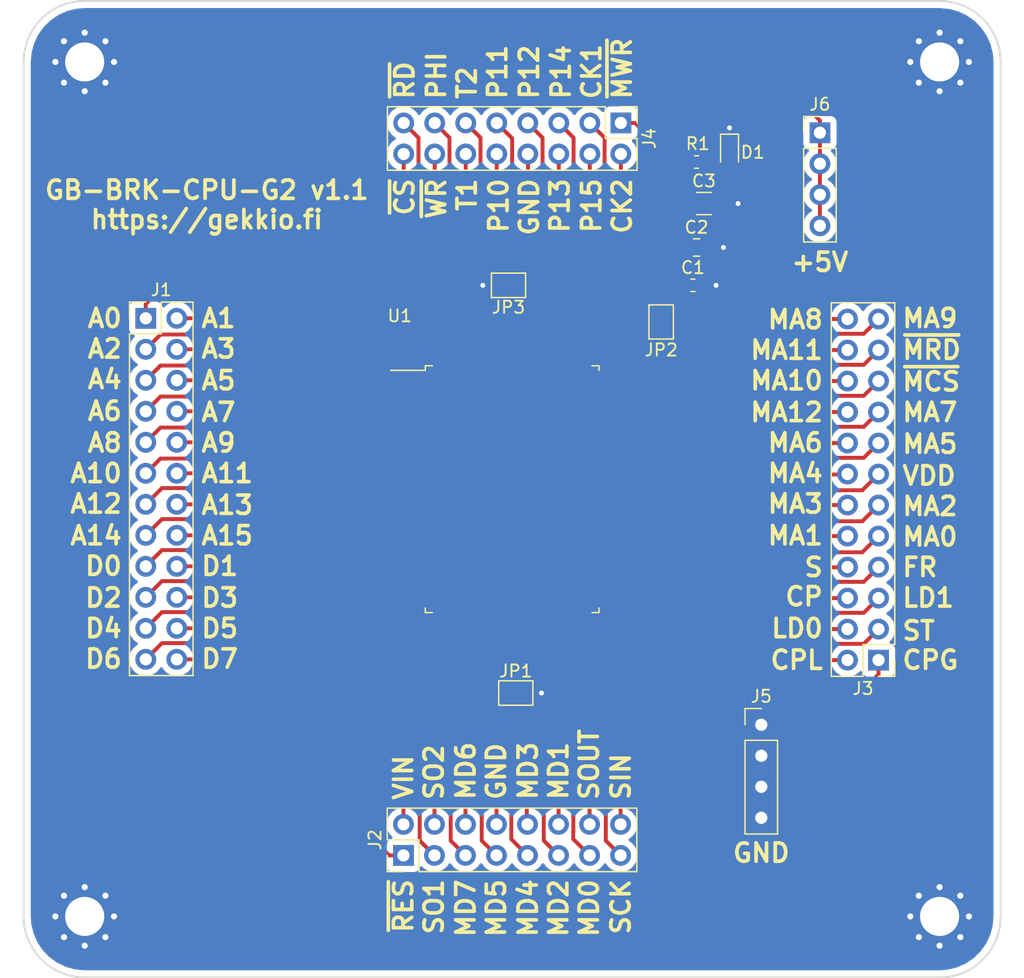
<source format=kicad_pcb>
(kicad_pcb (version 20171130) (host pcbnew 5.1.6-c6e7f7d~86~ubuntu20.04.1)

  (general
    (thickness 1.6)
    (drawings 91)
    (tracks 404)
    (zones 0)
    (modules 19)
    (nets 84)
  )

  (page A4)
  (title_block
    (title GB-BRK-CPU-G2)
    (rev v1.1)
    (company https://gekkio.fi)
  )

  (layers
    (0 F.Cu signal)
    (31 B.Cu signal)
    (32 B.Adhes user)
    (33 F.Adhes user)
    (34 B.Paste user)
    (35 F.Paste user)
    (36 B.SilkS user)
    (37 F.SilkS user)
    (38 B.Mask user)
    (39 F.Mask user)
    (40 Dwgs.User user)
    (41 Cmts.User user)
    (42 Eco1.User user)
    (43 Eco2.User user)
    (44 Edge.Cuts user)
    (45 Margin user)
    (46 B.CrtYd user)
    (47 F.CrtYd user)
    (48 B.Fab user)
    (49 F.Fab user)
  )

  (setup
    (last_trace_width 0.32)
    (trace_clearance 0.2)
    (zone_clearance 0.508)
    (zone_45_only no)
    (trace_min 0.2)
    (via_size 0.8)
    (via_drill 0.4)
    (via_min_size 0.4)
    (via_min_drill 0.3)
    (uvia_size 0.3)
    (uvia_drill 0.1)
    (uvias_allowed no)
    (uvia_min_size 0.2)
    (uvia_min_drill 0.1)
    (edge_width 0.15)
    (segment_width 0.2)
    (pcb_text_width 0.3)
    (pcb_text_size 1.5 1.5)
    (mod_edge_width 0.15)
    (mod_text_size 1 1)
    (mod_text_width 0.15)
    (pad_size 1.524 1.524)
    (pad_drill 0.762)
    (pad_to_mask_clearance 0)
    (aux_axis_origin 0 0)
    (visible_elements FFFFFF7F)
    (pcbplotparams
      (layerselection 0x010fc_ffffffff)
      (usegerberextensions false)
      (usegerberattributes false)
      (usegerberadvancedattributes false)
      (creategerberjobfile false)
      (excludeedgelayer false)
      (linewidth 0.100000)
      (plotframeref false)
      (viasonmask false)
      (mode 1)
      (useauxorigin false)
      (hpglpennumber 1)
      (hpglpenspeed 20)
      (hpglpendiameter 15.000000)
      (psnegative false)
      (psa4output false)
      (plotreference true)
      (plotvalue true)
      (plotinvisibletext false)
      (padsonsilk false)
      (subtractmaskfromsilk false)
      (outputformat 1)
      (mirror false)
      (drillshape 0)
      (scaleselection 1)
      (outputdirectory "gerber/"))
  )

  (net 0 "")
  (net 1 GND)
  (net 2 /Pin_32)
  (net 3 /Pin_58)
  (net 4 +5V)
  (net 5 /Pin_72)
  (net 6 "Net-(D1-Pad2)")
  (net 7 /Pin_65)
  (net 8 /Pin_1)
  (net 9 /Pin_25)
  (net 10 /Pin_41)
  (net 11 /Pin_2)
  (net 12 /Pin_3)
  (net 13 /Pin_4)
  (net 14 /Pin_5)
  (net 15 /Pin_6)
  (net 16 /Pin_7)
  (net 17 /Pin_8)
  (net 18 /Pin_9)
  (net 19 /Pin_10)
  (net 20 /Pin_11)
  (net 21 /Pin_12)
  (net 22 /Pin_13)
  (net 23 /Pin_14)
  (net 24 /Pin_15)
  (net 25 /Pin_16)
  (net 26 /Pin_17)
  (net 27 /Pin_18)
  (net 28 /Pin_19)
  (net 29 /Pin_20)
  (net 30 /Pin_21)
  (net 31 /Pin_22)
  (net 32 /Pin_23)
  (net 33 /Pin_24)
  (net 34 /Pin_26)
  (net 35 /Pin_27)
  (net 36 /Pin_28)
  (net 37 /Pin_29)
  (net 38 /Pin_30)
  (net 39 /Pin_31)
  (net 40 /Pin_33)
  (net 41 /Pin_34)
  (net 42 /Pin_35)
  (net 43 /Pin_36)
  (net 44 /Pin_37)
  (net 45 /Pin_38)
  (net 46 /Pin_39)
  (net 47 /Pin_40)
  (net 48 /Pin_42)
  (net 49 /Pin_43)
  (net 50 /Pin_44)
  (net 51 /Pin_45)
  (net 52 /Pin_46)
  (net 53 /Pin_47)
  (net 54 /Pin_48)
  (net 55 /Pin_49)
  (net 56 /Pin_50)
  (net 57 /Pin_51)
  (net 58 /Pin_52)
  (net 59 /Pin_53)
  (net 60 /Pin_54)
  (net 61 /Pin_55)
  (net 62 /Pin_56)
  (net 63 /Pin_57)
  (net 64 /Pin_60)
  (net 65 /Pin_61)
  (net 66 /Pin_62)
  (net 67 /Pin_63)
  (net 68 /Pin_64)
  (net 69 /Pin_66)
  (net 70 /Pin_67)
  (net 71 /Pin_68)
  (net 72 /Pin_69)
  (net 73 /Pin_71)
  (net 74 /Pin_73)
  (net 75 /Pin_74)
  (net 76 /Pin_75)
  (net 77 /Pin_76)
  (net 78 /Pin_77)
  (net 79 /Pin_78)
  (net 80 /Pin_79)
  (net 81 /Pin_80)
  (net 82 /Pin_59)
  (net 83 /Pin_70)

  (net_class Default "This is the default net class."
    (clearance 0.2)
    (trace_width 0.32)
    (via_dia 0.8)
    (via_drill 0.4)
    (uvia_dia 0.3)
    (uvia_drill 0.1)
    (add_net +5V)
    (add_net /Pin_1)
    (add_net /Pin_10)
    (add_net /Pin_11)
    (add_net /Pin_12)
    (add_net /Pin_13)
    (add_net /Pin_14)
    (add_net /Pin_15)
    (add_net /Pin_16)
    (add_net /Pin_17)
    (add_net /Pin_18)
    (add_net /Pin_19)
    (add_net /Pin_2)
    (add_net /Pin_20)
    (add_net /Pin_21)
    (add_net /Pin_22)
    (add_net /Pin_23)
    (add_net /Pin_24)
    (add_net /Pin_25)
    (add_net /Pin_26)
    (add_net /Pin_27)
    (add_net /Pin_28)
    (add_net /Pin_29)
    (add_net /Pin_3)
    (add_net /Pin_30)
    (add_net /Pin_31)
    (add_net /Pin_32)
    (add_net /Pin_33)
    (add_net /Pin_34)
    (add_net /Pin_35)
    (add_net /Pin_36)
    (add_net /Pin_37)
    (add_net /Pin_38)
    (add_net /Pin_39)
    (add_net /Pin_4)
    (add_net /Pin_40)
    (add_net /Pin_41)
    (add_net /Pin_42)
    (add_net /Pin_43)
    (add_net /Pin_44)
    (add_net /Pin_45)
    (add_net /Pin_46)
    (add_net /Pin_47)
    (add_net /Pin_48)
    (add_net /Pin_49)
    (add_net /Pin_5)
    (add_net /Pin_50)
    (add_net /Pin_51)
    (add_net /Pin_52)
    (add_net /Pin_53)
    (add_net /Pin_54)
    (add_net /Pin_55)
    (add_net /Pin_56)
    (add_net /Pin_57)
    (add_net /Pin_58)
    (add_net /Pin_59)
    (add_net /Pin_6)
    (add_net /Pin_60)
    (add_net /Pin_61)
    (add_net /Pin_62)
    (add_net /Pin_63)
    (add_net /Pin_64)
    (add_net /Pin_65)
    (add_net /Pin_66)
    (add_net /Pin_67)
    (add_net /Pin_68)
    (add_net /Pin_69)
    (add_net /Pin_7)
    (add_net /Pin_70)
    (add_net /Pin_71)
    (add_net /Pin_72)
    (add_net /Pin_73)
    (add_net /Pin_74)
    (add_net /Pin_75)
    (add_net /Pin_76)
    (add_net /Pin_77)
    (add_net /Pin_78)
    (add_net /Pin_79)
    (add_net /Pin_8)
    (add_net /Pin_80)
    (add_net /Pin_9)
    (add_net GND)
    (add_net "Net-(D1-Pad2)")
  )

  (module Gekkio_Package_QFP:Sharp_QFP-80_14x20mm_P0.8mm (layer F.Cu) (tedit 5C39EE0A) (tstamp 5B3CA6DA)
    (at 100 100)
    (descr "Sharp  QFP, 80 Pin (Sharp Microcomputer Databook 1996), generated with kicad-footprint-generator ipc_gullwing_generator.py")
    (tags "Sharp QFP QFP")
    (path /5AFB4817)
    (attr smd)
    (fp_text reference U1 (at -9.2 -14.2) (layer F.SilkS)
      (effects (font (size 1 1) (thickness 0.15)))
    )
    (fp_text value GameBoy_CPU_DMG-SGB (at 0 14.1) (layer F.Fab)
      (effects (font (size 1 1) (thickness 0.15)))
    )
    (fp_line (start 6.535 10.11) (end 7.11 10.11) (layer F.SilkS) (width 0.12))
    (fp_line (start 7.11 10.11) (end 7.11 9.735) (layer F.SilkS) (width 0.12))
    (fp_line (start -6.535 10.11) (end -7.11 10.11) (layer F.SilkS) (width 0.12))
    (fp_line (start -7.11 10.11) (end -7.11 9.735) (layer F.SilkS) (width 0.12))
    (fp_line (start 6.535 -10.11) (end 7.11 -10.11) (layer F.SilkS) (width 0.12))
    (fp_line (start 7.11 -10.11) (end 7.11 -9.735) (layer F.SilkS) (width 0.12))
    (fp_line (start -6.535 -10.11) (end -7.11 -10.11) (layer F.SilkS) (width 0.12))
    (fp_line (start -7.11 -10.11) (end -7.11 -9.735) (layer F.SilkS) (width 0.12))
    (fp_line (start -7.11 -9.735) (end -9.95 -9.735) (layer F.SilkS) (width 0.12))
    (fp_line (start -6 -10) (end 7 -10) (layer F.Fab) (width 0.1))
    (fp_line (start 7 -10) (end 7 10) (layer F.Fab) (width 0.1))
    (fp_line (start 7 10) (end -7 10) (layer F.Fab) (width 0.1))
    (fp_line (start -7 10) (end -7 -9) (layer F.Fab) (width 0.1))
    (fp_line (start -7 -9) (end -6 -10) (layer F.Fab) (width 0.1))
    (fp_line (start 0 -13.2) (end -6.52 -13.2) (layer F.CrtYd) (width 0.05))
    (fp_line (start -6.52 -13.2) (end -6.52 -10.25) (layer F.CrtYd) (width 0.05))
    (fp_line (start -6.52 -10.25) (end -7.25 -10.25) (layer F.CrtYd) (width 0.05))
    (fp_line (start -7.25 -10.25) (end -7.25 -9.73) (layer F.CrtYd) (width 0.05))
    (fp_line (start -7.25 -9.73) (end -10.2 -9.73) (layer F.CrtYd) (width 0.05))
    (fp_line (start -10.2 -9.73) (end -10.2 0) (layer F.CrtYd) (width 0.05))
    (fp_line (start 0 -13.2) (end 6.52 -13.2) (layer F.CrtYd) (width 0.05))
    (fp_line (start 6.52 -13.2) (end 6.52 -10.25) (layer F.CrtYd) (width 0.05))
    (fp_line (start 6.52 -10.25) (end 7.25 -10.25) (layer F.CrtYd) (width 0.05))
    (fp_line (start 7.25 -10.25) (end 7.25 -9.73) (layer F.CrtYd) (width 0.05))
    (fp_line (start 7.25 -9.73) (end 10.2 -9.73) (layer F.CrtYd) (width 0.05))
    (fp_line (start 10.2 -9.73) (end 10.2 0) (layer F.CrtYd) (width 0.05))
    (fp_line (start 0 13.2) (end -6.52 13.2) (layer F.CrtYd) (width 0.05))
    (fp_line (start -6.52 13.2) (end -6.52 10.25) (layer F.CrtYd) (width 0.05))
    (fp_line (start -6.52 10.25) (end -7.25 10.25) (layer F.CrtYd) (width 0.05))
    (fp_line (start -7.25 10.25) (end -7.25 9.73) (layer F.CrtYd) (width 0.05))
    (fp_line (start -7.25 9.73) (end -10.2 9.73) (layer F.CrtYd) (width 0.05))
    (fp_line (start -10.2 9.73) (end -10.2 0) (layer F.CrtYd) (width 0.05))
    (fp_line (start 0 13.2) (end 6.52 13.2) (layer F.CrtYd) (width 0.05))
    (fp_line (start 6.52 13.2) (end 6.52 10.25) (layer F.CrtYd) (width 0.05))
    (fp_line (start 6.52 10.25) (end 7.25 10.25) (layer F.CrtYd) (width 0.05))
    (fp_line (start 7.25 10.25) (end 7.25 9.73) (layer F.CrtYd) (width 0.05))
    (fp_line (start 7.25 9.73) (end 10.2 9.73) (layer F.CrtYd) (width 0.05))
    (fp_line (start 10.2 9.73) (end 10.2 0) (layer F.CrtYd) (width 0.05))
    (fp_text user %R (at 0 0) (layer F.Fab)
      (effects (font (size 1 1) (thickness 0.15)))
    )
    (pad 80 smd roundrect (at -6 -11.9375) (size 0.55 2.025) (layers F.Cu F.Paste F.Mask) (roundrect_rratio 0.25)
      (net 81 /Pin_80))
    (pad 79 smd roundrect (at -5.2 -11.9375) (size 0.55 2.025) (layers F.Cu F.Paste F.Mask) (roundrect_rratio 0.25)
      (net 80 /Pin_79))
    (pad 78 smd roundrect (at -4.4 -11.9375) (size 0.55 2.025) (layers F.Cu F.Paste F.Mask) (roundrect_rratio 0.25)
      (net 79 /Pin_78))
    (pad 77 smd roundrect (at -3.6 -11.9375) (size 0.55 2.025) (layers F.Cu F.Paste F.Mask) (roundrect_rratio 0.25)
      (net 78 /Pin_77))
    (pad 76 smd roundrect (at -2.8 -11.9375) (size 0.55 2.025) (layers F.Cu F.Paste F.Mask) (roundrect_rratio 0.25)
      (net 77 /Pin_76))
    (pad 75 smd roundrect (at -2 -11.9375) (size 0.55 2.025) (layers F.Cu F.Paste F.Mask) (roundrect_rratio 0.25)
      (net 76 /Pin_75))
    (pad 74 smd roundrect (at -1.2 -11.9375) (size 0.55 2.025) (layers F.Cu F.Paste F.Mask) (roundrect_rratio 0.25)
      (net 75 /Pin_74))
    (pad 73 smd roundrect (at -0.4 -11.9375) (size 0.55 2.025) (layers F.Cu F.Paste F.Mask) (roundrect_rratio 0.25)
      (net 74 /Pin_73))
    (pad 72 smd roundrect (at 0.4 -11.9375) (size 0.55 2.025) (layers F.Cu F.Paste F.Mask) (roundrect_rratio 0.25)
      (net 5 /Pin_72))
    (pad 71 smd roundrect (at 1.2 -11.9375) (size 0.55 2.025) (layers F.Cu F.Paste F.Mask) (roundrect_rratio 0.25)
      (net 73 /Pin_71))
    (pad 70 smd roundrect (at 2 -11.9375) (size 0.55 2.025) (layers F.Cu F.Paste F.Mask) (roundrect_rratio 0.25)
      (net 83 /Pin_70))
    (pad 69 smd roundrect (at 2.8 -11.9375) (size 0.55 2.025) (layers F.Cu F.Paste F.Mask) (roundrect_rratio 0.25)
      (net 72 /Pin_69))
    (pad 68 smd roundrect (at 3.6 -11.9375) (size 0.55 2.025) (layers F.Cu F.Paste F.Mask) (roundrect_rratio 0.25)
      (net 71 /Pin_68))
    (pad 67 smd roundrect (at 4.4 -11.9375) (size 0.55 2.025) (layers F.Cu F.Paste F.Mask) (roundrect_rratio 0.25)
      (net 70 /Pin_67))
    (pad 66 smd roundrect (at 5.2 -11.9375) (size 0.55 2.025) (layers F.Cu F.Paste F.Mask) (roundrect_rratio 0.25)
      (net 69 /Pin_66))
    (pad 65 smd roundrect (at 6 -11.9375) (size 0.55 2.025) (layers F.Cu F.Paste F.Mask) (roundrect_rratio 0.25)
      (net 7 /Pin_65))
    (pad 64 smd roundrect (at 8.9375 -9.2) (size 2.025 0.55) (layers F.Cu F.Paste F.Mask) (roundrect_rratio 0.25)
      (net 68 /Pin_64))
    (pad 63 smd roundrect (at 8.9375 -8.4) (size 2.025 0.55) (layers F.Cu F.Paste F.Mask) (roundrect_rratio 0.25)
      (net 67 /Pin_63))
    (pad 62 smd roundrect (at 8.9375 -7.6) (size 2.025 0.55) (layers F.Cu F.Paste F.Mask) (roundrect_rratio 0.25)
      (net 66 /Pin_62))
    (pad 61 smd roundrect (at 8.9375 -6.8) (size 2.025 0.55) (layers F.Cu F.Paste F.Mask) (roundrect_rratio 0.25)
      (net 65 /Pin_61))
    (pad 60 smd roundrect (at 8.9375 -6) (size 2.025 0.55) (layers F.Cu F.Paste F.Mask) (roundrect_rratio 0.25)
      (net 64 /Pin_60))
    (pad 59 smd roundrect (at 8.9375 -5.2) (size 2.025 0.55) (layers F.Cu F.Paste F.Mask) (roundrect_rratio 0.25)
      (net 82 /Pin_59))
    (pad 58 smd roundrect (at 8.9375 -4.4) (size 2.025 0.55) (layers F.Cu F.Paste F.Mask) (roundrect_rratio 0.25)
      (net 3 /Pin_58))
    (pad 57 smd roundrect (at 8.9375 -3.6) (size 2.025 0.55) (layers F.Cu F.Paste F.Mask) (roundrect_rratio 0.25)
      (net 63 /Pin_57))
    (pad 56 smd roundrect (at 8.9375 -2.8) (size 2.025 0.55) (layers F.Cu F.Paste F.Mask) (roundrect_rratio 0.25)
      (net 62 /Pin_56))
    (pad 55 smd roundrect (at 8.9375 -2) (size 2.025 0.55) (layers F.Cu F.Paste F.Mask) (roundrect_rratio 0.25)
      (net 61 /Pin_55))
    (pad 54 smd roundrect (at 8.9375 -1.2) (size 2.025 0.55) (layers F.Cu F.Paste F.Mask) (roundrect_rratio 0.25)
      (net 60 /Pin_54))
    (pad 53 smd roundrect (at 8.9375 -0.4) (size 2.025 0.55) (layers F.Cu F.Paste F.Mask) (roundrect_rratio 0.25)
      (net 59 /Pin_53))
    (pad 52 smd roundrect (at 8.9375 0.4) (size 2.025 0.55) (layers F.Cu F.Paste F.Mask) (roundrect_rratio 0.25)
      (net 58 /Pin_52))
    (pad 51 smd roundrect (at 8.9375 1.2) (size 2.025 0.55) (layers F.Cu F.Paste F.Mask) (roundrect_rratio 0.25)
      (net 57 /Pin_51))
    (pad 50 smd roundrect (at 8.9375 2) (size 2.025 0.55) (layers F.Cu F.Paste F.Mask) (roundrect_rratio 0.25)
      (net 56 /Pin_50))
    (pad 49 smd roundrect (at 8.9375 2.8) (size 2.025 0.55) (layers F.Cu F.Paste F.Mask) (roundrect_rratio 0.25)
      (net 55 /Pin_49))
    (pad 48 smd roundrect (at 8.9375 3.6) (size 2.025 0.55) (layers F.Cu F.Paste F.Mask) (roundrect_rratio 0.25)
      (net 54 /Pin_48))
    (pad 47 smd roundrect (at 8.9375 4.4) (size 2.025 0.55) (layers F.Cu F.Paste F.Mask) (roundrect_rratio 0.25)
      (net 53 /Pin_47))
    (pad 46 smd roundrect (at 8.9375 5.2) (size 2.025 0.55) (layers F.Cu F.Paste F.Mask) (roundrect_rratio 0.25)
      (net 52 /Pin_46))
    (pad 45 smd roundrect (at 8.9375 6) (size 2.025 0.55) (layers F.Cu F.Paste F.Mask) (roundrect_rratio 0.25)
      (net 51 /Pin_45))
    (pad 44 smd roundrect (at 8.9375 6.8) (size 2.025 0.55) (layers F.Cu F.Paste F.Mask) (roundrect_rratio 0.25)
      (net 50 /Pin_44))
    (pad 43 smd roundrect (at 8.9375 7.6) (size 2.025 0.55) (layers F.Cu F.Paste F.Mask) (roundrect_rratio 0.25)
      (net 49 /Pin_43))
    (pad 42 smd roundrect (at 8.9375 8.4) (size 2.025 0.55) (layers F.Cu F.Paste F.Mask) (roundrect_rratio 0.25)
      (net 48 /Pin_42))
    (pad 41 smd roundrect (at 8.9375 9.2) (size 2.025 0.55) (layers F.Cu F.Paste F.Mask) (roundrect_rratio 0.25)
      (net 10 /Pin_41))
    (pad 40 smd roundrect (at 6 11.9375) (size 0.55 2.025) (layers F.Cu F.Paste F.Mask) (roundrect_rratio 0.25)
      (net 47 /Pin_40))
    (pad 39 smd roundrect (at 5.2 11.9375) (size 0.55 2.025) (layers F.Cu F.Paste F.Mask) (roundrect_rratio 0.25)
      (net 46 /Pin_39))
    (pad 38 smd roundrect (at 4.4 11.9375) (size 0.55 2.025) (layers F.Cu F.Paste F.Mask) (roundrect_rratio 0.25)
      (net 45 /Pin_38))
    (pad 37 smd roundrect (at 3.6 11.9375) (size 0.55 2.025) (layers F.Cu F.Paste F.Mask) (roundrect_rratio 0.25)
      (net 44 /Pin_37))
    (pad 36 smd roundrect (at 2.8 11.9375) (size 0.55 2.025) (layers F.Cu F.Paste F.Mask) (roundrect_rratio 0.25)
      (net 43 /Pin_36))
    (pad 35 smd roundrect (at 2 11.9375) (size 0.55 2.025) (layers F.Cu F.Paste F.Mask) (roundrect_rratio 0.25)
      (net 42 /Pin_35))
    (pad 34 smd roundrect (at 1.2 11.9375) (size 0.55 2.025) (layers F.Cu F.Paste F.Mask) (roundrect_rratio 0.25)
      (net 41 /Pin_34))
    (pad 33 smd roundrect (at 0.4 11.9375) (size 0.55 2.025) (layers F.Cu F.Paste F.Mask) (roundrect_rratio 0.25)
      (net 40 /Pin_33))
    (pad 32 smd roundrect (at -0.4 11.9375) (size 0.55 2.025) (layers F.Cu F.Paste F.Mask) (roundrect_rratio 0.25)
      (net 2 /Pin_32))
    (pad 31 smd roundrect (at -1.2 11.9375) (size 0.55 2.025) (layers F.Cu F.Paste F.Mask) (roundrect_rratio 0.25)
      (net 39 /Pin_31))
    (pad 30 smd roundrect (at -2 11.9375) (size 0.55 2.025) (layers F.Cu F.Paste F.Mask) (roundrect_rratio 0.25)
      (net 38 /Pin_30))
    (pad 29 smd roundrect (at -2.8 11.9375) (size 0.55 2.025) (layers F.Cu F.Paste F.Mask) (roundrect_rratio 0.25)
      (net 37 /Pin_29))
    (pad 28 smd roundrect (at -3.6 11.9375) (size 0.55 2.025) (layers F.Cu F.Paste F.Mask) (roundrect_rratio 0.25)
      (net 36 /Pin_28))
    (pad 27 smd roundrect (at -4.4 11.9375) (size 0.55 2.025) (layers F.Cu F.Paste F.Mask) (roundrect_rratio 0.25)
      (net 35 /Pin_27))
    (pad 26 smd roundrect (at -5.2 11.9375) (size 0.55 2.025) (layers F.Cu F.Paste F.Mask) (roundrect_rratio 0.25)
      (net 34 /Pin_26))
    (pad 25 smd roundrect (at -6 11.9375) (size 0.55 2.025) (layers F.Cu F.Paste F.Mask) (roundrect_rratio 0.25)
      (net 9 /Pin_25))
    (pad 24 smd roundrect (at -8.9375 9.2) (size 2.025 0.55) (layers F.Cu F.Paste F.Mask) (roundrect_rratio 0.25)
      (net 33 /Pin_24))
    (pad 23 smd roundrect (at -8.9375 8.4) (size 2.025 0.55) (layers F.Cu F.Paste F.Mask) (roundrect_rratio 0.25)
      (net 32 /Pin_23))
    (pad 22 smd roundrect (at -8.9375 7.6) (size 2.025 0.55) (layers F.Cu F.Paste F.Mask) (roundrect_rratio 0.25)
      (net 31 /Pin_22))
    (pad 21 smd roundrect (at -8.9375 6.8) (size 2.025 0.55) (layers F.Cu F.Paste F.Mask) (roundrect_rratio 0.25)
      (net 30 /Pin_21))
    (pad 20 smd roundrect (at -8.9375 6) (size 2.025 0.55) (layers F.Cu F.Paste F.Mask) (roundrect_rratio 0.25)
      (net 29 /Pin_20))
    (pad 19 smd roundrect (at -8.9375 5.2) (size 2.025 0.55) (layers F.Cu F.Paste F.Mask) (roundrect_rratio 0.25)
      (net 28 /Pin_19))
    (pad 18 smd roundrect (at -8.9375 4.4) (size 2.025 0.55) (layers F.Cu F.Paste F.Mask) (roundrect_rratio 0.25)
      (net 27 /Pin_18))
    (pad 17 smd roundrect (at -8.9375 3.6) (size 2.025 0.55) (layers F.Cu F.Paste F.Mask) (roundrect_rratio 0.25)
      (net 26 /Pin_17))
    (pad 16 smd roundrect (at -8.9375 2.8) (size 2.025 0.55) (layers F.Cu F.Paste F.Mask) (roundrect_rratio 0.25)
      (net 25 /Pin_16))
    (pad 15 smd roundrect (at -8.9375 2) (size 2.025 0.55) (layers F.Cu F.Paste F.Mask) (roundrect_rratio 0.25)
      (net 24 /Pin_15))
    (pad 14 smd roundrect (at -8.9375 1.2) (size 2.025 0.55) (layers F.Cu F.Paste F.Mask) (roundrect_rratio 0.25)
      (net 23 /Pin_14))
    (pad 13 smd roundrect (at -8.9375 0.4) (size 2.025 0.55) (layers F.Cu F.Paste F.Mask) (roundrect_rratio 0.25)
      (net 22 /Pin_13))
    (pad 12 smd roundrect (at -8.9375 -0.4) (size 2.025 0.55) (layers F.Cu F.Paste F.Mask) (roundrect_rratio 0.25)
      (net 21 /Pin_12))
    (pad 11 smd roundrect (at -8.9375 -1.2) (size 2.025 0.55) (layers F.Cu F.Paste F.Mask) (roundrect_rratio 0.25)
      (net 20 /Pin_11))
    (pad 10 smd roundrect (at -8.9375 -2) (size 2.025 0.55) (layers F.Cu F.Paste F.Mask) (roundrect_rratio 0.25)
      (net 19 /Pin_10))
    (pad 9 smd roundrect (at -8.9375 -2.8) (size 2.025 0.55) (layers F.Cu F.Paste F.Mask) (roundrect_rratio 0.25)
      (net 18 /Pin_9))
    (pad 8 smd roundrect (at -8.9375 -3.6) (size 2.025 0.55) (layers F.Cu F.Paste F.Mask) (roundrect_rratio 0.25)
      (net 17 /Pin_8))
    (pad 7 smd roundrect (at -8.9375 -4.4) (size 2.025 0.55) (layers F.Cu F.Paste F.Mask) (roundrect_rratio 0.25)
      (net 16 /Pin_7))
    (pad 6 smd roundrect (at -8.9375 -5.2) (size 2.025 0.55) (layers F.Cu F.Paste F.Mask) (roundrect_rratio 0.25)
      (net 15 /Pin_6))
    (pad 5 smd roundrect (at -8.9375 -6) (size 2.025 0.55) (layers F.Cu F.Paste F.Mask) (roundrect_rratio 0.25)
      (net 14 /Pin_5))
    (pad 4 smd roundrect (at -8.9375 -6.8) (size 2.025 0.55) (layers F.Cu F.Paste F.Mask) (roundrect_rratio 0.25)
      (net 13 /Pin_4))
    (pad 3 smd roundrect (at -8.9375 -7.6) (size 2.025 0.55) (layers F.Cu F.Paste F.Mask) (roundrect_rratio 0.25)
      (net 12 /Pin_3))
    (pad 2 smd roundrect (at -8.9375 -8.4) (size 2.025 0.55) (layers F.Cu F.Paste F.Mask) (roundrect_rratio 0.25)
      (net 11 /Pin_2))
    (pad 1 smd roundrect (at -8.9375 -9.2) (size 2.025 0.55) (layers F.Cu F.Paste F.Mask) (roundrect_rratio 0.25)
      (net 8 /Pin_1))
    (model ${KISYS3DMOD}/Gekkio_Package_QFP.3dshapes/Sharp_QFP-80_14x20mm_P0.8mm.wrl
      (at (xyz 0 0 0))
      (scale (xyz 1 1 1))
      (rotate (xyz 0 0 0))
    )
  )

  (module MountingHole:MountingHole_3.2mm_M3_Pad_Via (layer F.Cu) (tedit 56DDBCCA) (tstamp 5AFD0FA6)
    (at 65 135)
    (descr "Mounting Hole 3.2mm, M3")
    (tags "mounting hole 3.2mm m3")
    (path /5AFD3497)
    (attr virtual)
    (fp_text reference MK2 (at 0 -4.2) (layer F.SilkS) hide
      (effects (font (size 1 1) (thickness 0.15)))
    )
    (fp_text value MountingHole_Pad (at 0 4.2) (layer F.Fab)
      (effects (font (size 1 1) (thickness 0.15)))
    )
    (fp_circle (center 0 0) (end 3.2 0) (layer Cmts.User) (width 0.15))
    (fp_circle (center 0 0) (end 3.45 0) (layer F.CrtYd) (width 0.05))
    (fp_text user %R (at 0.3 0) (layer F.Fab)
      (effects (font (size 1 1) (thickness 0.15)))
    )
    (pad 1 thru_hole circle (at 1.697056 -1.697056) (size 0.8 0.8) (drill 0.5) (layers *.Cu *.Mask)
      (net 1 GND))
    (pad 1 thru_hole circle (at 0 -2.4) (size 0.8 0.8) (drill 0.5) (layers *.Cu *.Mask)
      (net 1 GND))
    (pad 1 thru_hole circle (at -1.697056 -1.697056) (size 0.8 0.8) (drill 0.5) (layers *.Cu *.Mask)
      (net 1 GND))
    (pad 1 thru_hole circle (at -2.4 0) (size 0.8 0.8) (drill 0.5) (layers *.Cu *.Mask)
      (net 1 GND))
    (pad 1 thru_hole circle (at -1.697056 1.697056) (size 0.8 0.8) (drill 0.5) (layers *.Cu *.Mask)
      (net 1 GND))
    (pad 1 thru_hole circle (at 0 2.4) (size 0.8 0.8) (drill 0.5) (layers *.Cu *.Mask)
      (net 1 GND))
    (pad 1 thru_hole circle (at 1.697056 1.697056) (size 0.8 0.8) (drill 0.5) (layers *.Cu *.Mask)
      (net 1 GND))
    (pad 1 thru_hole circle (at 2.4 0) (size 0.8 0.8) (drill 0.5) (layers *.Cu *.Mask)
      (net 1 GND))
    (pad 1 thru_hole circle (at 0 0) (size 6.4 6.4) (drill 3.2) (layers *.Cu *.Mask)
      (net 1 GND))
  )

  (module MountingHole:MountingHole_3.2mm_M3_Pad_Via (layer F.Cu) (tedit 56DDBCCA) (tstamp 5AFD2F07)
    (at 65 65)
    (descr "Mounting Hole 3.2mm, M3")
    (tags "mounting hole 3.2mm m3")
    (path /5AFD33F1)
    (attr virtual)
    (fp_text reference MK1 (at 0 -4.2) (layer F.SilkS) hide
      (effects (font (size 1 1) (thickness 0.15)))
    )
    (fp_text value MountingHole_Pad (at 0 4.2) (layer F.Fab)
      (effects (font (size 1 1) (thickness 0.15)))
    )
    (fp_circle (center 0 0) (end 3.2 0) (layer Cmts.User) (width 0.15))
    (fp_circle (center 0 0) (end 3.45 0) (layer F.CrtYd) (width 0.05))
    (fp_text user %R (at 0.3 0) (layer F.Fab)
      (effects (font (size 1 1) (thickness 0.15)))
    )
    (pad 1 thru_hole circle (at 1.697056 -1.697056) (size 0.8 0.8) (drill 0.5) (layers *.Cu *.Mask)
      (net 1 GND))
    (pad 1 thru_hole circle (at 0 -2.4) (size 0.8 0.8) (drill 0.5) (layers *.Cu *.Mask)
      (net 1 GND))
    (pad 1 thru_hole circle (at -1.697056 -1.697056) (size 0.8 0.8) (drill 0.5) (layers *.Cu *.Mask)
      (net 1 GND))
    (pad 1 thru_hole circle (at -2.4 0) (size 0.8 0.8) (drill 0.5) (layers *.Cu *.Mask)
      (net 1 GND))
    (pad 1 thru_hole circle (at -1.697056 1.697056) (size 0.8 0.8) (drill 0.5) (layers *.Cu *.Mask)
      (net 1 GND))
    (pad 1 thru_hole circle (at 0 2.4) (size 0.8 0.8) (drill 0.5) (layers *.Cu *.Mask)
      (net 1 GND))
    (pad 1 thru_hole circle (at 1.697056 1.697056) (size 0.8 0.8) (drill 0.5) (layers *.Cu *.Mask)
      (net 1 GND))
    (pad 1 thru_hole circle (at 2.4 0) (size 0.8 0.8) (drill 0.5) (layers *.Cu *.Mask)
      (net 1 GND))
    (pad 1 thru_hole circle (at 0 0) (size 6.4 6.4) (drill 3.2) (layers *.Cu *.Mask)
      (net 1 GND))
  )

  (module MountingHole:MountingHole_3.2mm_M3_Pad_Via (layer F.Cu) (tedit 56DDBCCA) (tstamp 5AFD0F88)
    (at 135 65)
    (descr "Mounting Hole 3.2mm, M3")
    (tags "mounting hole 3.2mm m3")
    (path /5AFD3565)
    (attr virtual)
    (fp_text reference MK3 (at 0 -4.2) (layer F.SilkS) hide
      (effects (font (size 1 1) (thickness 0.15)))
    )
    (fp_text value MountingHole_Pad (at 0 4.2) (layer F.Fab)
      (effects (font (size 1 1) (thickness 0.15)))
    )
    (fp_circle (center 0 0) (end 3.2 0) (layer Cmts.User) (width 0.15))
    (fp_circle (center 0 0) (end 3.45 0) (layer F.CrtYd) (width 0.05))
    (fp_text user %R (at 0.3 0) (layer F.Fab)
      (effects (font (size 1 1) (thickness 0.15)))
    )
    (pad 1 thru_hole circle (at 1.697056 -1.697056) (size 0.8 0.8) (drill 0.5) (layers *.Cu *.Mask)
      (net 1 GND))
    (pad 1 thru_hole circle (at 0 -2.4) (size 0.8 0.8) (drill 0.5) (layers *.Cu *.Mask)
      (net 1 GND))
    (pad 1 thru_hole circle (at -1.697056 -1.697056) (size 0.8 0.8) (drill 0.5) (layers *.Cu *.Mask)
      (net 1 GND))
    (pad 1 thru_hole circle (at -2.4 0) (size 0.8 0.8) (drill 0.5) (layers *.Cu *.Mask)
      (net 1 GND))
    (pad 1 thru_hole circle (at -1.697056 1.697056) (size 0.8 0.8) (drill 0.5) (layers *.Cu *.Mask)
      (net 1 GND))
    (pad 1 thru_hole circle (at 0 2.4) (size 0.8 0.8) (drill 0.5) (layers *.Cu *.Mask)
      (net 1 GND))
    (pad 1 thru_hole circle (at 1.697056 1.697056) (size 0.8 0.8) (drill 0.5) (layers *.Cu *.Mask)
      (net 1 GND))
    (pad 1 thru_hole circle (at 2.4 0) (size 0.8 0.8) (drill 0.5) (layers *.Cu *.Mask)
      (net 1 GND))
    (pad 1 thru_hole circle (at 0 0) (size 6.4 6.4) (drill 3.2) (layers *.Cu *.Mask)
      (net 1 GND))
  )

  (module MountingHole:MountingHole_3.2mm_M3_Pad_Via (layer F.Cu) (tedit 56DDBCCA) (tstamp 5AFD0F79)
    (at 135 135)
    (descr "Mounting Hole 3.2mm, M3")
    (tags "mounting hole 3.2mm m3")
    (path /5AFD35D5)
    (attr virtual)
    (fp_text reference MK4 (at 0 -4.2) (layer F.SilkS) hide
      (effects (font (size 1 1) (thickness 0.15)))
    )
    (fp_text value MountingHole_Pad (at 0 4.2) (layer F.Fab)
      (effects (font (size 1 1) (thickness 0.15)))
    )
    (fp_circle (center 0 0) (end 3.2 0) (layer Cmts.User) (width 0.15))
    (fp_circle (center 0 0) (end 3.45 0) (layer F.CrtYd) (width 0.05))
    (fp_text user %R (at 0.3 0) (layer F.Fab)
      (effects (font (size 1 1) (thickness 0.15)))
    )
    (pad 1 thru_hole circle (at 1.697056 -1.697056) (size 0.8 0.8) (drill 0.5) (layers *.Cu *.Mask)
      (net 1 GND))
    (pad 1 thru_hole circle (at 0 -2.4) (size 0.8 0.8) (drill 0.5) (layers *.Cu *.Mask)
      (net 1 GND))
    (pad 1 thru_hole circle (at -1.697056 -1.697056) (size 0.8 0.8) (drill 0.5) (layers *.Cu *.Mask)
      (net 1 GND))
    (pad 1 thru_hole circle (at -2.4 0) (size 0.8 0.8) (drill 0.5) (layers *.Cu *.Mask)
      (net 1 GND))
    (pad 1 thru_hole circle (at -1.697056 1.697056) (size 0.8 0.8) (drill 0.5) (layers *.Cu *.Mask)
      (net 1 GND))
    (pad 1 thru_hole circle (at 0 2.4) (size 0.8 0.8) (drill 0.5) (layers *.Cu *.Mask)
      (net 1 GND))
    (pad 1 thru_hole circle (at 1.697056 1.697056) (size 0.8 0.8) (drill 0.5) (layers *.Cu *.Mask)
      (net 1 GND))
    (pad 1 thru_hole circle (at 2.4 0) (size 0.8 0.8) (drill 0.5) (layers *.Cu *.Mask)
      (net 1 GND))
    (pad 1 thru_hole circle (at 0 0) (size 6.4 6.4) (drill 3.2) (layers *.Cu *.Mask)
      (net 1 GND))
  )

  (module Capacitor_SMD:C_0603_1608Metric (layer F.Cu) (tedit 5B301BBE) (tstamp 5AFC2A29)
    (at 114.8 83.3)
    (descr "Capacitor SMD 0603 (1608 Metric), square (rectangular) end terminal, IPC_7351 nominal, (Body size source: http://www.tortai-tech.com/upload/download/2011102023233369053.pdf), generated with kicad-footprint-generator")
    (tags capacitor)
    (path /5AFD0C12)
    (attr smd)
    (fp_text reference C1 (at 0 -1.45) (layer F.SilkS)
      (effects (font (size 1 1) (thickness 0.15)))
    )
    (fp_text value 0.1uF (at 4.6 0.1) (layer F.Fab)
      (effects (font (size 1 1) (thickness 0.15)))
    )
    (fp_line (start -0.8 0.4) (end -0.8 -0.4) (layer F.Fab) (width 0.1))
    (fp_line (start -0.8 -0.4) (end 0.8 -0.4) (layer F.Fab) (width 0.1))
    (fp_line (start 0.8 -0.4) (end 0.8 0.4) (layer F.Fab) (width 0.1))
    (fp_line (start 0.8 0.4) (end -0.8 0.4) (layer F.Fab) (width 0.1))
    (fp_line (start -0.162779 -0.51) (end 0.162779 -0.51) (layer F.SilkS) (width 0.12))
    (fp_line (start -0.162779 0.51) (end 0.162779 0.51) (layer F.SilkS) (width 0.12))
    (fp_line (start -1.48 0.73) (end -1.48 -0.73) (layer F.CrtYd) (width 0.05))
    (fp_line (start -1.48 -0.73) (end 1.48 -0.73) (layer F.CrtYd) (width 0.05))
    (fp_line (start 1.48 -0.73) (end 1.48 0.73) (layer F.CrtYd) (width 0.05))
    (fp_line (start 1.48 0.73) (end -1.48 0.73) (layer F.CrtYd) (width 0.05))
    (fp_text user %R (at 0 0) (layer F.Fab)
      (effects (font (size 0.4 0.4) (thickness 0.06)))
    )
    (pad 2 smd roundrect (at 0.7875 0) (size 0.875 0.95) (layers F.Cu F.Paste F.Mask) (roundrect_rratio 0.25)
      (net 1 GND))
    (pad 1 smd roundrect (at -0.7875 0) (size 0.875 0.95) (layers F.Cu F.Paste F.Mask) (roundrect_rratio 0.25)
      (net 4 +5V))
    (model ${KISYS3DMOD}/Capacitor_SMD.3dshapes/C_0603_1608Metric.wrl
      (at (xyz 0 0 0))
      (scale (xyz 1 1 1))
      (rotate (xyz 0 0 0))
    )
  )

  (module Capacitor_SMD:C_0805_2012Metric (layer F.Cu) (tedit 5B36C52B) (tstamp 5AFC2A1A)
    (at 115.1 80.2)
    (descr "Capacitor SMD 0805 (2012 Metric), square (rectangular) end terminal, IPC_7351 nominal, (Body size source: https://docs.google.com/spreadsheets/d/1BsfQQcO9C6DZCsRaXUlFlo91Tg2WpOkGARC1WS5S8t0/edit?usp=sharing), generated with kicad-footprint-generator")
    (tags capacitor)
    (path /5AFD0FAD)
    (attr smd)
    (fp_text reference C2 (at 0 -1.65) (layer F.SilkS)
      (effects (font (size 1 1) (thickness 0.15)))
    )
    (fp_text value 1uF (at 4 -0.1) (layer F.Fab)
      (effects (font (size 1 1) (thickness 0.15)))
    )
    (fp_line (start -1 0.6) (end -1 -0.6) (layer F.Fab) (width 0.1))
    (fp_line (start -1 -0.6) (end 1 -0.6) (layer F.Fab) (width 0.1))
    (fp_line (start 1 -0.6) (end 1 0.6) (layer F.Fab) (width 0.1))
    (fp_line (start 1 0.6) (end -1 0.6) (layer F.Fab) (width 0.1))
    (fp_line (start -0.258578 -0.71) (end 0.258578 -0.71) (layer F.SilkS) (width 0.12))
    (fp_line (start -0.258578 0.71) (end 0.258578 0.71) (layer F.SilkS) (width 0.12))
    (fp_line (start -1.68 0.95) (end -1.68 -0.95) (layer F.CrtYd) (width 0.05))
    (fp_line (start -1.68 -0.95) (end 1.68 -0.95) (layer F.CrtYd) (width 0.05))
    (fp_line (start 1.68 -0.95) (end 1.68 0.95) (layer F.CrtYd) (width 0.05))
    (fp_line (start 1.68 0.95) (end -1.68 0.95) (layer F.CrtYd) (width 0.05))
    (fp_text user %R (at 0 0) (layer F.Fab)
      (effects (font (size 0.5 0.5) (thickness 0.08)))
    )
    (pad 2 smd roundrect (at 0.9375 0) (size 0.975 1.4) (layers F.Cu F.Paste F.Mask) (roundrect_rratio 0.25)
      (net 1 GND))
    (pad 1 smd roundrect (at -0.9375 0) (size 0.975 1.4) (layers F.Cu F.Paste F.Mask) (roundrect_rratio 0.25)
      (net 4 +5V))
    (model ${KISYS3DMOD}/Capacitor_SMD.3dshapes/C_0805_2012Metric.wrl
      (at (xyz 0 0 0))
      (scale (xyz 1 1 1))
      (rotate (xyz 0 0 0))
    )
  )

  (module Capacitor_SMD:C_1206_3216Metric (layer F.Cu) (tedit 5B301BBE) (tstamp 5AFC2A0B)
    (at 115.7 76.6)
    (descr "Capacitor SMD 1206 (3216 Metric), square (rectangular) end terminal, IPC_7351 nominal, (Body size source: http://www.tortai-tech.com/upload/download/2011102023233369053.pdf), generated with kicad-footprint-generator")
    (tags capacitor)
    (path /5AFD1C90)
    (attr smd)
    (fp_text reference C3 (at 0 -1.85) (layer F.SilkS)
      (effects (font (size 1 1) (thickness 0.15)))
    )
    (fp_text value 10uF (at 5.2 0) (layer F.Fab)
      (effects (font (size 1 1) (thickness 0.15)))
    )
    (fp_line (start -1.6 0.8) (end -1.6 -0.8) (layer F.Fab) (width 0.1))
    (fp_line (start -1.6 -0.8) (end 1.6 -0.8) (layer F.Fab) (width 0.1))
    (fp_line (start 1.6 -0.8) (end 1.6 0.8) (layer F.Fab) (width 0.1))
    (fp_line (start 1.6 0.8) (end -1.6 0.8) (layer F.Fab) (width 0.1))
    (fp_line (start -0.602064 -0.91) (end 0.602064 -0.91) (layer F.SilkS) (width 0.12))
    (fp_line (start -0.602064 0.91) (end 0.602064 0.91) (layer F.SilkS) (width 0.12))
    (fp_line (start -2.28 1.12) (end -2.28 -1.12) (layer F.CrtYd) (width 0.05))
    (fp_line (start -2.28 -1.12) (end 2.28 -1.12) (layer F.CrtYd) (width 0.05))
    (fp_line (start 2.28 -1.12) (end 2.28 1.12) (layer F.CrtYd) (width 0.05))
    (fp_line (start 2.28 1.12) (end -2.28 1.12) (layer F.CrtYd) (width 0.05))
    (fp_text user %R (at 0 0) (layer F.Fab)
      (effects (font (size 0.8 0.8) (thickness 0.12)))
    )
    (pad 2 smd roundrect (at 1.4 0) (size 1.25 1.75) (layers F.Cu F.Paste F.Mask) (roundrect_rratio 0.2)
      (net 1 GND))
    (pad 1 smd roundrect (at -1.4 0) (size 1.25 1.75) (layers F.Cu F.Paste F.Mask) (roundrect_rratio 0.2)
      (net 4 +5V))
    (model ${KISYS3DMOD}/Capacitor_SMD.3dshapes/C_1206_3216Metric.wrl
      (at (xyz 0 0 0))
      (scale (xyz 1 1 1))
      (rotate (xyz 0 0 0))
    )
  )

  (module Jumper:SolderJumper-2_P1.3mm_Open_TrianglePad1.0x1.5mm (layer F.Cu) (tedit 5A64794F) (tstamp 5AFC28EB)
    (at 99.7 83.3 180)
    (descr "SMD Solder Jumper, 1x1.5mm Triangular Pads, 0.3mm gap, open")
    (tags "solder jumper open")
    (path /5AFCEE99)
    (attr virtual)
    (fp_text reference JP3 (at 0 -1.8 180) (layer F.SilkS)
      (effects (font (size 1 1) (thickness 0.15)))
    )
    (fp_text value Jumper (at 0 1.9 180) (layer F.Fab)
      (effects (font (size 1 1) (thickness 0.15)))
    )
    (fp_line (start -1.4 1) (end -1.4 -1) (layer F.SilkS) (width 0.12))
    (fp_line (start 1.4 1) (end -1.4 1) (layer F.SilkS) (width 0.12))
    (fp_line (start 1.4 -1) (end 1.4 1) (layer F.SilkS) (width 0.12))
    (fp_line (start -1.4 -1) (end 1.4 -1) (layer F.SilkS) (width 0.12))
    (fp_line (start -1.65 -1.25) (end 1.65 -1.25) (layer F.CrtYd) (width 0.05))
    (fp_line (start -1.65 -1.25) (end -1.65 1.25) (layer F.CrtYd) (width 0.05))
    (fp_line (start 1.65 1.25) (end 1.65 -1.25) (layer F.CrtYd) (width 0.05))
    (fp_line (start 1.65 1.25) (end -1.65 1.25) (layer F.CrtYd) (width 0.05))
    (pad 1 smd custom (at -0.725 0 180) (size 0.3 0.3) (layers F.Cu F.Mask)
      (net 5 /Pin_72) (zone_connect 2)
      (options (clearance outline) (anchor rect))
      (primitives
        (gr_poly (pts
           (xy -0.5 -0.75) (xy 0.5 -0.75) (xy 1 0) (xy 0.5 0.75) (xy -0.5 0.75)
) (width 0))
      ))
    (pad 2 smd custom (at 0.725 0 180) (size 0.3 0.3) (layers F.Cu F.Mask)
      (net 1 GND) (zone_connect 2)
      (options (clearance outline) (anchor rect))
      (primitives
        (gr_poly (pts
           (xy -0.65 -0.75) (xy 0.5 -0.75) (xy 0.5 0.75) (xy -0.65 0.75) (xy -0.15 0)
) (width 0))
      ))
  )

  (module Jumper:SolderJumper-2_P1.3mm_Open_TrianglePad1.0x1.5mm (layer F.Cu) (tedit 5A64794F) (tstamp 5AFD23C0)
    (at 112.2 86.3 270)
    (descr "SMD Solder Jumper, 1x1.5mm Triangular Pads, 0.3mm gap, open")
    (tags "solder jumper open")
    (path /5AFCF685)
    (attr virtual)
    (fp_text reference JP2 (at 2.3 0) (layer F.SilkS)
      (effects (font (size 1 1) (thickness 0.15)))
    )
    (fp_text value Jumper (at 0 1.9 270) (layer F.Fab)
      (effects (font (size 1 1) (thickness 0.15)))
    )
    (fp_line (start -1.4 1) (end -1.4 -1) (layer F.SilkS) (width 0.12))
    (fp_line (start 1.4 1) (end -1.4 1) (layer F.SilkS) (width 0.12))
    (fp_line (start 1.4 -1) (end 1.4 1) (layer F.SilkS) (width 0.12))
    (fp_line (start -1.4 -1) (end 1.4 -1) (layer F.SilkS) (width 0.12))
    (fp_line (start -1.65 -1.25) (end 1.65 -1.25) (layer F.CrtYd) (width 0.05))
    (fp_line (start -1.65 -1.25) (end -1.65 1.25) (layer F.CrtYd) (width 0.05))
    (fp_line (start 1.65 1.25) (end 1.65 -1.25) (layer F.CrtYd) (width 0.05))
    (fp_line (start 1.65 1.25) (end -1.65 1.25) (layer F.CrtYd) (width 0.05))
    (pad 1 smd custom (at -0.725 0 270) (size 0.3 0.3) (layers F.Cu F.Mask)
      (net 4 +5V) (zone_connect 2)
      (options (clearance outline) (anchor rect))
      (primitives
        (gr_poly (pts
           (xy -0.5 -0.75) (xy 0.5 -0.75) (xy 1 0) (xy 0.5 0.75) (xy -0.5 0.75)
) (width 0))
      ))
    (pad 2 smd custom (at 0.725 0 270) (size 0.3 0.3) (layers F.Cu F.Mask)
      (net 59 /Pin_53) (zone_connect 2)
      (options (clearance outline) (anchor rect))
      (primitives
        (gr_poly (pts
           (xy -0.65 -0.75) (xy 0.5 -0.75) (xy 0.5 0.75) (xy -0.65 0.75) (xy -0.15 0)
) (width 0))
      ))
  )

  (module Jumper:SolderJumper-2_P1.3mm_Open_TrianglePad1.0x1.5mm (layer F.Cu) (tedit 5A64794F) (tstamp 5AFD311D)
    (at 100.3 116.7)
    (descr "SMD Solder Jumper, 1x1.5mm Triangular Pads, 0.3mm gap, open")
    (tags "solder jumper open")
    (path /5AFCED1F)
    (attr virtual)
    (fp_text reference JP1 (at 0 -1.8) (layer F.SilkS)
      (effects (font (size 1 1) (thickness 0.15)))
    )
    (fp_text value Jumper (at 0 1.9) (layer F.Fab)
      (effects (font (size 1 1) (thickness 0.15)))
    )
    (fp_line (start -1.4 1) (end -1.4 -1) (layer F.SilkS) (width 0.12))
    (fp_line (start 1.4 1) (end -1.4 1) (layer F.SilkS) (width 0.12))
    (fp_line (start 1.4 -1) (end 1.4 1) (layer F.SilkS) (width 0.12))
    (fp_line (start -1.4 -1) (end 1.4 -1) (layer F.SilkS) (width 0.12))
    (fp_line (start -1.65 -1.25) (end 1.65 -1.25) (layer F.CrtYd) (width 0.05))
    (fp_line (start -1.65 -1.25) (end -1.65 1.25) (layer F.CrtYd) (width 0.05))
    (fp_line (start 1.65 1.25) (end 1.65 -1.25) (layer F.CrtYd) (width 0.05))
    (fp_line (start 1.65 1.25) (end -1.65 1.25) (layer F.CrtYd) (width 0.05))
    (pad 1 smd custom (at -0.725 0) (size 0.3 0.3) (layers F.Cu F.Mask)
      (net 2 /Pin_32) (zone_connect 2)
      (options (clearance outline) (anchor rect))
      (primitives
        (gr_poly (pts
           (xy -0.5 -0.75) (xy 0.5 -0.75) (xy 1 0) (xy 0.5 0.75) (xy -0.5 0.75)
) (width 0))
      ))
    (pad 2 smd custom (at 0.725 0) (size 0.3 0.3) (layers F.Cu F.Mask)
      (net 1 GND) (zone_connect 2)
      (options (clearance outline) (anchor rect))
      (primitives
        (gr_poly (pts
           (xy -0.65 -0.75) (xy 0.5 -0.75) (xy 0.5 0.75) (xy -0.65 0.75) (xy -0.15 0)
) (width 0))
      ))
  )

  (module LED_SMD:LED_0603_1608Metric (layer F.Cu) (tedit 5B301BBE) (tstamp 5AFC28C1)
    (at 117.8 72.4 270)
    (descr "LED SMD 0603 (1608 Metric), square (rectangular) end terminal, IPC_7351 nominal, (Body size source: http://www.tortai-tech.com/upload/download/2011102023233369053.pdf), generated with kicad-footprint-generator")
    (tags diode)
    (path /5AFD1359)
    (attr smd)
    (fp_text reference D1 (at 0 -1.9) (layer F.SilkS)
      (effects (font (size 1 1) (thickness 0.15)))
    )
    (fp_text value LED (at -1.3 -2.3) (layer F.Fab)
      (effects (font (size 1 1) (thickness 0.15)))
    )
    (fp_line (start 0.8 -0.4) (end -0.5 -0.4) (layer F.Fab) (width 0.1))
    (fp_line (start -0.5 -0.4) (end -0.8 -0.1) (layer F.Fab) (width 0.1))
    (fp_line (start -0.8 -0.1) (end -0.8 0.4) (layer F.Fab) (width 0.1))
    (fp_line (start -0.8 0.4) (end 0.8 0.4) (layer F.Fab) (width 0.1))
    (fp_line (start 0.8 0.4) (end 0.8 -0.4) (layer F.Fab) (width 0.1))
    (fp_line (start 0.8 -0.735) (end -1.485 -0.735) (layer F.SilkS) (width 0.12))
    (fp_line (start -1.485 -0.735) (end -1.485 0.735) (layer F.SilkS) (width 0.12))
    (fp_line (start -1.485 0.735) (end 0.8 0.735) (layer F.SilkS) (width 0.12))
    (fp_line (start -1.48 0.73) (end -1.48 -0.73) (layer F.CrtYd) (width 0.05))
    (fp_line (start -1.48 -0.73) (end 1.48 -0.73) (layer F.CrtYd) (width 0.05))
    (fp_line (start 1.48 -0.73) (end 1.48 0.73) (layer F.CrtYd) (width 0.05))
    (fp_line (start 1.48 0.73) (end -1.48 0.73) (layer F.CrtYd) (width 0.05))
    (fp_text user %R (at 0 0 270) (layer F.Fab)
      (effects (font (size 0.4 0.4) (thickness 0.06)))
    )
    (pad 2 smd roundrect (at 0.7875 0 270) (size 0.875 0.95) (layers F.Cu F.Paste F.Mask) (roundrect_rratio 0.25)
      (net 6 "Net-(D1-Pad2)"))
    (pad 1 smd roundrect (at -0.7875 0 270) (size 0.875 0.95) (layers F.Cu F.Paste F.Mask) (roundrect_rratio 0.25)
      (net 1 GND))
    (model ${KISYS3DMOD}/LED_SMD.3dshapes/LED_0603_1608Metric.wrl
      (at (xyz 0 0 0))
      (scale (xyz 1 1 1))
      (rotate (xyz 0 0 0))
    )
  )

  (module Resistor_SMD:R_0603_1608Metric (layer F.Cu) (tedit 5B301BBD) (tstamp 5AFC2881)
    (at 115.1 73.2 180)
    (descr "Resistor SMD 0603 (1608 Metric), square (rectangular) end terminal, IPC_7351 nominal, (Body size source: http://www.tortai-tech.com/upload/download/2011102023233369053.pdf), generated with kicad-footprint-generator")
    (tags resistor)
    (path /5AFD1450)
    (attr smd)
    (fp_text reference R1 (at -0.1 1.5 180) (layer F.SilkS)
      (effects (font (size 1 1) (thickness 0.15)))
    )
    (fp_text value 3.3k (at 0.1 3 180) (layer F.Fab)
      (effects (font (size 1 1) (thickness 0.15)))
    )
    (fp_line (start -0.8 0.4) (end -0.8 -0.4) (layer F.Fab) (width 0.1))
    (fp_line (start -0.8 -0.4) (end 0.8 -0.4) (layer F.Fab) (width 0.1))
    (fp_line (start 0.8 -0.4) (end 0.8 0.4) (layer F.Fab) (width 0.1))
    (fp_line (start 0.8 0.4) (end -0.8 0.4) (layer F.Fab) (width 0.1))
    (fp_line (start -0.162779 -0.51) (end 0.162779 -0.51) (layer F.SilkS) (width 0.12))
    (fp_line (start -0.162779 0.51) (end 0.162779 0.51) (layer F.SilkS) (width 0.12))
    (fp_line (start -1.48 0.73) (end -1.48 -0.73) (layer F.CrtYd) (width 0.05))
    (fp_line (start -1.48 -0.73) (end 1.48 -0.73) (layer F.CrtYd) (width 0.05))
    (fp_line (start 1.48 -0.73) (end 1.48 0.73) (layer F.CrtYd) (width 0.05))
    (fp_line (start 1.48 0.73) (end -1.48 0.73) (layer F.CrtYd) (width 0.05))
    (fp_text user %R (at 0 0 180) (layer F.Fab)
      (effects (font (size 0.4 0.4) (thickness 0.06)))
    )
    (pad 2 smd roundrect (at 0.7875 0 180) (size 0.875 0.95) (layers F.Cu F.Paste F.Mask) (roundrect_rratio 0.25)
      (net 4 +5V))
    (pad 1 smd roundrect (at -0.7875 0 180) (size 0.875 0.95) (layers F.Cu F.Paste F.Mask) (roundrect_rratio 0.25)
      (net 6 "Net-(D1-Pad2)"))
    (model ${KISYS3DMOD}/Resistor_SMD.3dshapes/R_0603_1608Metric.wrl
      (at (xyz 0 0 0))
      (scale (xyz 1 1 1))
      (rotate (xyz 0 0 0))
    )
  )

  (module Connector_PinHeader_2.54mm:PinHeader_1x04_P2.54mm_Vertical (layer F.Cu) (tedit 59FED5CC) (tstamp 5AFC4202)
    (at 120.4 119.3)
    (descr "Through hole straight pin header, 1x04, 2.54mm pitch, single row")
    (tags "Through hole pin header THT 1x04 2.54mm single row")
    (path /5AFB6181)
    (fp_text reference J5 (at 0 -2.33) (layer F.SilkS)
      (effects (font (size 1 1) (thickness 0.15)))
    )
    (fp_text value Conn_01x04 (at 0 12.4) (layer F.Fab)
      (effects (font (size 1 1) (thickness 0.15)))
    )
    (fp_line (start -0.635 -1.27) (end 1.27 -1.27) (layer F.Fab) (width 0.1))
    (fp_line (start 1.27 -1.27) (end 1.27 8.89) (layer F.Fab) (width 0.1))
    (fp_line (start 1.27 8.89) (end -1.27 8.89) (layer F.Fab) (width 0.1))
    (fp_line (start -1.27 8.89) (end -1.27 -0.635) (layer F.Fab) (width 0.1))
    (fp_line (start -1.27 -0.635) (end -0.635 -1.27) (layer F.Fab) (width 0.1))
    (fp_line (start -1.33 8.95) (end 1.33 8.95) (layer F.SilkS) (width 0.12))
    (fp_line (start -1.33 1.27) (end -1.33 8.95) (layer F.SilkS) (width 0.12))
    (fp_line (start 1.33 1.27) (end 1.33 8.95) (layer F.SilkS) (width 0.12))
    (fp_line (start -1.33 1.27) (end 1.33 1.27) (layer F.SilkS) (width 0.12))
    (fp_line (start -1.33 0) (end -1.33 -1.33) (layer F.SilkS) (width 0.12))
    (fp_line (start -1.33 -1.33) (end 0 -1.33) (layer F.SilkS) (width 0.12))
    (fp_line (start -1.8 -1.8) (end -1.8 9.4) (layer F.CrtYd) (width 0.05))
    (fp_line (start -1.8 9.4) (end 1.8 9.4) (layer F.CrtYd) (width 0.05))
    (fp_line (start 1.8 9.4) (end 1.8 -1.8) (layer F.CrtYd) (width 0.05))
    (fp_line (start 1.8 -1.8) (end -1.8 -1.8) (layer F.CrtYd) (width 0.05))
    (fp_text user %R (at 0 3.81 90) (layer F.Fab)
      (effects (font (size 1 1) (thickness 0.15)))
    )
    (pad 4 thru_hole oval (at 0 7.62) (size 1.7 1.7) (drill 1) (layers *.Cu *.Mask)
      (net 1 GND))
    (pad 3 thru_hole oval (at 0 5.08) (size 1.7 1.7) (drill 1) (layers *.Cu *.Mask)
      (net 1 GND))
    (pad 2 thru_hole oval (at 0 2.54) (size 1.7 1.7) (drill 1) (layers *.Cu *.Mask)
      (net 1 GND))
    (pad 1 thru_hole rect (at 0 0) (size 1.7 1.7) (drill 1) (layers *.Cu *.Mask)
      (net 1 GND))
    (model ${KISYS3DMOD}/Connector_PinHeader_2.54mm.3dshapes/PinHeader_1x04_P2.54mm_Vertical.wrl
      (at (xyz 0 0 0))
      (scale (xyz 1 1 1))
      (rotate (xyz 0 0 0))
    )
  )

  (module Connector_PinHeader_2.54mm:PinHeader_2x12_P2.54mm_Vertical (layer F.Cu) (tedit 59FED5CC) (tstamp 5AFC4A9E)
    (at 70 86)
    (descr "Through hole straight pin header, 2x12, 2.54mm pitch, double rows")
    (tags "Through hole pin header THT 2x12 2.54mm double row")
    (path /5AFB7358)
    (fp_text reference J1 (at 1.27 -2.33) (layer F.SilkS)
      (effects (font (size 1 1) (thickness 0.15)))
    )
    (fp_text value Conn_02x12_Top_Bottom (at 1.27 30.27) (layer F.Fab)
      (effects (font (size 1 1) (thickness 0.15)))
    )
    (fp_line (start 0 -1.27) (end 3.81 -1.27) (layer F.Fab) (width 0.1))
    (fp_line (start 3.81 -1.27) (end 3.81 29.21) (layer F.Fab) (width 0.1))
    (fp_line (start 3.81 29.21) (end -1.27 29.21) (layer F.Fab) (width 0.1))
    (fp_line (start -1.27 29.21) (end -1.27 0) (layer F.Fab) (width 0.1))
    (fp_line (start -1.27 0) (end 0 -1.27) (layer F.Fab) (width 0.1))
    (fp_line (start -1.33 29.27) (end 3.87 29.27) (layer F.SilkS) (width 0.12))
    (fp_line (start -1.33 1.27) (end -1.33 29.27) (layer F.SilkS) (width 0.12))
    (fp_line (start 3.87 -1.33) (end 3.87 29.27) (layer F.SilkS) (width 0.12))
    (fp_line (start -1.33 1.27) (end 1.27 1.27) (layer F.SilkS) (width 0.12))
    (fp_line (start 1.27 1.27) (end 1.27 -1.33) (layer F.SilkS) (width 0.12))
    (fp_line (start 1.27 -1.33) (end 3.87 -1.33) (layer F.SilkS) (width 0.12))
    (fp_line (start -1.33 0) (end -1.33 -1.33) (layer F.SilkS) (width 0.12))
    (fp_line (start -1.33 -1.33) (end 0 -1.33) (layer F.SilkS) (width 0.12))
    (fp_line (start -1.8 -1.8) (end -1.8 29.75) (layer F.CrtYd) (width 0.05))
    (fp_line (start -1.8 29.75) (end 4.35 29.75) (layer F.CrtYd) (width 0.05))
    (fp_line (start 4.35 29.75) (end 4.35 -1.8) (layer F.CrtYd) (width 0.05))
    (fp_line (start 4.35 -1.8) (end -1.8 -1.8) (layer F.CrtYd) (width 0.05))
    (fp_text user %R (at 1.27 13.97 90) (layer F.Fab)
      (effects (font (size 1 1) (thickness 0.15)))
    )
    (pad 24 thru_hole oval (at 2.54 27.94) (size 1.7 1.7) (drill 1) (layers *.Cu *.Mask)
      (net 33 /Pin_24))
    (pad 23 thru_hole oval (at 0 27.94) (size 1.7 1.7) (drill 1) (layers *.Cu *.Mask)
      (net 32 /Pin_23))
    (pad 22 thru_hole oval (at 2.54 25.4) (size 1.7 1.7) (drill 1) (layers *.Cu *.Mask)
      (net 31 /Pin_22))
    (pad 21 thru_hole oval (at 0 25.4) (size 1.7 1.7) (drill 1) (layers *.Cu *.Mask)
      (net 30 /Pin_21))
    (pad 20 thru_hole oval (at 2.54 22.86) (size 1.7 1.7) (drill 1) (layers *.Cu *.Mask)
      (net 29 /Pin_20))
    (pad 19 thru_hole oval (at 0 22.86) (size 1.7 1.7) (drill 1) (layers *.Cu *.Mask)
      (net 28 /Pin_19))
    (pad 18 thru_hole oval (at 2.54 20.32) (size 1.7 1.7) (drill 1) (layers *.Cu *.Mask)
      (net 27 /Pin_18))
    (pad 17 thru_hole oval (at 0 20.32) (size 1.7 1.7) (drill 1) (layers *.Cu *.Mask)
      (net 26 /Pin_17))
    (pad 16 thru_hole oval (at 2.54 17.78) (size 1.7 1.7) (drill 1) (layers *.Cu *.Mask)
      (net 25 /Pin_16))
    (pad 15 thru_hole oval (at 0 17.78) (size 1.7 1.7) (drill 1) (layers *.Cu *.Mask)
      (net 24 /Pin_15))
    (pad 14 thru_hole oval (at 2.54 15.24) (size 1.7 1.7) (drill 1) (layers *.Cu *.Mask)
      (net 23 /Pin_14))
    (pad 13 thru_hole oval (at 0 15.24) (size 1.7 1.7) (drill 1) (layers *.Cu *.Mask)
      (net 22 /Pin_13))
    (pad 12 thru_hole oval (at 2.54 12.7) (size 1.7 1.7) (drill 1) (layers *.Cu *.Mask)
      (net 21 /Pin_12))
    (pad 11 thru_hole oval (at 0 12.7) (size 1.7 1.7) (drill 1) (layers *.Cu *.Mask)
      (net 20 /Pin_11))
    (pad 10 thru_hole oval (at 2.54 10.16) (size 1.7 1.7) (drill 1) (layers *.Cu *.Mask)
      (net 19 /Pin_10))
    (pad 9 thru_hole oval (at 0 10.16) (size 1.7 1.7) (drill 1) (layers *.Cu *.Mask)
      (net 18 /Pin_9))
    (pad 8 thru_hole oval (at 2.54 7.62) (size 1.7 1.7) (drill 1) (layers *.Cu *.Mask)
      (net 17 /Pin_8))
    (pad 7 thru_hole oval (at 0 7.62) (size 1.7 1.7) (drill 1) (layers *.Cu *.Mask)
      (net 16 /Pin_7))
    (pad 6 thru_hole oval (at 2.54 5.08) (size 1.7 1.7) (drill 1) (layers *.Cu *.Mask)
      (net 15 /Pin_6))
    (pad 5 thru_hole oval (at 0 5.08) (size 1.7 1.7) (drill 1) (layers *.Cu *.Mask)
      (net 14 /Pin_5))
    (pad 4 thru_hole oval (at 2.54 2.54) (size 1.7 1.7) (drill 1) (layers *.Cu *.Mask)
      (net 13 /Pin_4))
    (pad 3 thru_hole oval (at 0 2.54) (size 1.7 1.7) (drill 1) (layers *.Cu *.Mask)
      (net 12 /Pin_3))
    (pad 2 thru_hole oval (at 2.54 0) (size 1.7 1.7) (drill 1) (layers *.Cu *.Mask)
      (net 11 /Pin_2))
    (pad 1 thru_hole rect (at 0 0) (size 1.7 1.7) (drill 1) (layers *.Cu *.Mask)
      (net 8 /Pin_1))
    (model ${KISYS3DMOD}/Connector_PinHeader_2.54mm.3dshapes/PinHeader_2x12_P2.54mm_Vertical.wrl
      (at (xyz 0 0 0))
      (scale (xyz 1 1 1))
      (rotate (xyz 0 0 0))
    )
  )

  (module Connector_PinHeader_2.54mm:PinHeader_2x08_P2.54mm_Vertical (layer F.Cu) (tedit 59FED5CC) (tstamp 5AFC4ACB)
    (at 91.1 130 90)
    (descr "Through hole straight pin header, 2x08, 2.54mm pitch, double rows")
    (tags "Through hole pin header THT 2x08 2.54mm double row")
    (path /5AFB8193)
    (fp_text reference J2 (at 1.27 -2.33 90) (layer F.SilkS)
      (effects (font (size 1 1) (thickness 0.15)))
    )
    (fp_text value Conn_02x08_Top_Bottom (at 1.27 20.11 90) (layer F.Fab)
      (effects (font (size 1 1) (thickness 0.15)))
    )
    (fp_line (start 0 -1.27) (end 3.81 -1.27) (layer F.Fab) (width 0.1))
    (fp_line (start 3.81 -1.27) (end 3.81 19.05) (layer F.Fab) (width 0.1))
    (fp_line (start 3.81 19.05) (end -1.27 19.05) (layer F.Fab) (width 0.1))
    (fp_line (start -1.27 19.05) (end -1.27 0) (layer F.Fab) (width 0.1))
    (fp_line (start -1.27 0) (end 0 -1.27) (layer F.Fab) (width 0.1))
    (fp_line (start -1.33 19.11) (end 3.87 19.11) (layer F.SilkS) (width 0.12))
    (fp_line (start -1.33 1.27) (end -1.33 19.11) (layer F.SilkS) (width 0.12))
    (fp_line (start 3.87 -1.33) (end 3.87 19.11) (layer F.SilkS) (width 0.12))
    (fp_line (start -1.33 1.27) (end 1.27 1.27) (layer F.SilkS) (width 0.12))
    (fp_line (start 1.27 1.27) (end 1.27 -1.33) (layer F.SilkS) (width 0.12))
    (fp_line (start 1.27 -1.33) (end 3.87 -1.33) (layer F.SilkS) (width 0.12))
    (fp_line (start -1.33 0) (end -1.33 -1.33) (layer F.SilkS) (width 0.12))
    (fp_line (start -1.33 -1.33) (end 0 -1.33) (layer F.SilkS) (width 0.12))
    (fp_line (start -1.8 -1.8) (end -1.8 19.55) (layer F.CrtYd) (width 0.05))
    (fp_line (start -1.8 19.55) (end 4.35 19.55) (layer F.CrtYd) (width 0.05))
    (fp_line (start 4.35 19.55) (end 4.35 -1.8) (layer F.CrtYd) (width 0.05))
    (fp_line (start 4.35 -1.8) (end -1.8 -1.8) (layer F.CrtYd) (width 0.05))
    (fp_text user %R (at 1.27 8.89 180) (layer F.Fab)
      (effects (font (size 1 1) (thickness 0.15)))
    )
    (pad 16 thru_hole oval (at 2.54 17.78 90) (size 1.7 1.7) (drill 1) (layers *.Cu *.Mask)
      (net 47 /Pin_40))
    (pad 15 thru_hole oval (at 0 17.78 90) (size 1.7 1.7) (drill 1) (layers *.Cu *.Mask)
      (net 46 /Pin_39))
    (pad 14 thru_hole oval (at 2.54 15.24 90) (size 1.7 1.7) (drill 1) (layers *.Cu *.Mask)
      (net 45 /Pin_38))
    (pad 13 thru_hole oval (at 0 15.24 90) (size 1.7 1.7) (drill 1) (layers *.Cu *.Mask)
      (net 44 /Pin_37))
    (pad 12 thru_hole oval (at 2.54 12.7 90) (size 1.7 1.7) (drill 1) (layers *.Cu *.Mask)
      (net 43 /Pin_36))
    (pad 11 thru_hole oval (at 0 12.7 90) (size 1.7 1.7) (drill 1) (layers *.Cu *.Mask)
      (net 42 /Pin_35))
    (pad 10 thru_hole oval (at 2.54 10.16 90) (size 1.7 1.7) (drill 1) (layers *.Cu *.Mask)
      (net 41 /Pin_34))
    (pad 9 thru_hole oval (at 0 10.16 90) (size 1.7 1.7) (drill 1) (layers *.Cu *.Mask)
      (net 40 /Pin_33))
    (pad 8 thru_hole oval (at 2.54 7.62 90) (size 1.7 1.7) (drill 1) (layers *.Cu *.Mask)
      (net 2 /Pin_32))
    (pad 7 thru_hole oval (at 0 7.62 90) (size 1.7 1.7) (drill 1) (layers *.Cu *.Mask)
      (net 39 /Pin_31))
    (pad 6 thru_hole oval (at 2.54 5.08 90) (size 1.7 1.7) (drill 1) (layers *.Cu *.Mask)
      (net 38 /Pin_30))
    (pad 5 thru_hole oval (at 0 5.08 90) (size 1.7 1.7) (drill 1) (layers *.Cu *.Mask)
      (net 37 /Pin_29))
    (pad 4 thru_hole oval (at 2.54 2.54 90) (size 1.7 1.7) (drill 1) (layers *.Cu *.Mask)
      (net 36 /Pin_28))
    (pad 3 thru_hole oval (at 0 2.54 90) (size 1.7 1.7) (drill 1) (layers *.Cu *.Mask)
      (net 35 /Pin_27))
    (pad 2 thru_hole oval (at 2.54 0 90) (size 1.7 1.7) (drill 1) (layers *.Cu *.Mask)
      (net 34 /Pin_26))
    (pad 1 thru_hole rect (at 0 0 90) (size 1.7 1.7) (drill 1) (layers *.Cu *.Mask)
      (net 9 /Pin_25))
    (model ${KISYS3DMOD}/Connector_PinHeader_2.54mm.3dshapes/PinHeader_2x08_P2.54mm_Vertical.wrl
      (at (xyz 0 0 0))
      (scale (xyz 1 1 1))
      (rotate (xyz 0 0 0))
    )
  )

  (module Connector_PinHeader_2.54mm:PinHeader_2x12_P2.54mm_Vertical (layer F.Cu) (tedit 59FED5CC) (tstamp 5AFBD364)
    (at 130 114 180)
    (descr "Through hole straight pin header, 2x12, 2.54mm pitch, double rows")
    (tags "Through hole pin header THT 2x12 2.54mm double row")
    (path /5AFB7ACD)
    (fp_text reference J3 (at 1.27 -2.33 180) (layer F.SilkS)
      (effects (font (size 1 1) (thickness 0.15)))
    )
    (fp_text value Conn_02x12_Top_Bottom (at 1.27 30.27 180) (layer F.Fab)
      (effects (font (size 1 1) (thickness 0.15)))
    )
    (fp_line (start 0 -1.27) (end 3.81 -1.27) (layer F.Fab) (width 0.1))
    (fp_line (start 3.81 -1.27) (end 3.81 29.21) (layer F.Fab) (width 0.1))
    (fp_line (start 3.81 29.21) (end -1.27 29.21) (layer F.Fab) (width 0.1))
    (fp_line (start -1.27 29.21) (end -1.27 0) (layer F.Fab) (width 0.1))
    (fp_line (start -1.27 0) (end 0 -1.27) (layer F.Fab) (width 0.1))
    (fp_line (start -1.33 29.27) (end 3.87 29.27) (layer F.SilkS) (width 0.12))
    (fp_line (start -1.33 1.27) (end -1.33 29.27) (layer F.SilkS) (width 0.12))
    (fp_line (start 3.87 -1.33) (end 3.87 29.27) (layer F.SilkS) (width 0.12))
    (fp_line (start -1.33 1.27) (end 1.27 1.27) (layer F.SilkS) (width 0.12))
    (fp_line (start 1.27 1.27) (end 1.27 -1.33) (layer F.SilkS) (width 0.12))
    (fp_line (start 1.27 -1.33) (end 3.87 -1.33) (layer F.SilkS) (width 0.12))
    (fp_line (start -1.33 0) (end -1.33 -1.33) (layer F.SilkS) (width 0.12))
    (fp_line (start -1.33 -1.33) (end 0 -1.33) (layer F.SilkS) (width 0.12))
    (fp_line (start -1.8 -1.8) (end -1.8 29.75) (layer F.CrtYd) (width 0.05))
    (fp_line (start -1.8 29.75) (end 4.35 29.75) (layer F.CrtYd) (width 0.05))
    (fp_line (start 4.35 29.75) (end 4.35 -1.8) (layer F.CrtYd) (width 0.05))
    (fp_line (start 4.35 -1.8) (end -1.8 -1.8) (layer F.CrtYd) (width 0.05))
    (fp_text user %R (at 1.27 13.97 270) (layer F.Fab)
      (effects (font (size 1 1) (thickness 0.15)))
    )
    (pad 24 thru_hole oval (at 2.54 27.94 180) (size 1.7 1.7) (drill 1) (layers *.Cu *.Mask)
      (net 68 /Pin_64))
    (pad 23 thru_hole oval (at 0 27.94 180) (size 1.7 1.7) (drill 1) (layers *.Cu *.Mask)
      (net 67 /Pin_63))
    (pad 22 thru_hole oval (at 2.54 25.4 180) (size 1.7 1.7) (drill 1) (layers *.Cu *.Mask)
      (net 66 /Pin_62))
    (pad 21 thru_hole oval (at 0 25.4 180) (size 1.7 1.7) (drill 1) (layers *.Cu *.Mask)
      (net 65 /Pin_61))
    (pad 20 thru_hole oval (at 2.54 22.86 180) (size 1.7 1.7) (drill 1) (layers *.Cu *.Mask)
      (net 64 /Pin_60))
    (pad 19 thru_hole oval (at 0 22.86 180) (size 1.7 1.7) (drill 1) (layers *.Cu *.Mask)
      (net 82 /Pin_59))
    (pad 18 thru_hole oval (at 2.54 20.32 180) (size 1.7 1.7) (drill 1) (layers *.Cu *.Mask)
      (net 3 /Pin_58))
    (pad 17 thru_hole oval (at 0 20.32 180) (size 1.7 1.7) (drill 1) (layers *.Cu *.Mask)
      (net 63 /Pin_57))
    (pad 16 thru_hole oval (at 2.54 17.78 180) (size 1.7 1.7) (drill 1) (layers *.Cu *.Mask)
      (net 62 /Pin_56))
    (pad 15 thru_hole oval (at 0 17.78 180) (size 1.7 1.7) (drill 1) (layers *.Cu *.Mask)
      (net 61 /Pin_55))
    (pad 14 thru_hole oval (at 2.54 15.24 180) (size 1.7 1.7) (drill 1) (layers *.Cu *.Mask)
      (net 60 /Pin_54))
    (pad 13 thru_hole oval (at 0 15.24 180) (size 1.7 1.7) (drill 1) (layers *.Cu *.Mask)
      (net 59 /Pin_53))
    (pad 12 thru_hole oval (at 2.54 12.7 180) (size 1.7 1.7) (drill 1) (layers *.Cu *.Mask)
      (net 58 /Pin_52))
    (pad 11 thru_hole oval (at 0 12.7 180) (size 1.7 1.7) (drill 1) (layers *.Cu *.Mask)
      (net 57 /Pin_51))
    (pad 10 thru_hole oval (at 2.54 10.16 180) (size 1.7 1.7) (drill 1) (layers *.Cu *.Mask)
      (net 56 /Pin_50))
    (pad 9 thru_hole oval (at 0 10.16 180) (size 1.7 1.7) (drill 1) (layers *.Cu *.Mask)
      (net 55 /Pin_49))
    (pad 8 thru_hole oval (at 2.54 7.62 180) (size 1.7 1.7) (drill 1) (layers *.Cu *.Mask)
      (net 54 /Pin_48))
    (pad 7 thru_hole oval (at 0 7.62 180) (size 1.7 1.7) (drill 1) (layers *.Cu *.Mask)
      (net 53 /Pin_47))
    (pad 6 thru_hole oval (at 2.54 5.08 180) (size 1.7 1.7) (drill 1) (layers *.Cu *.Mask)
      (net 52 /Pin_46))
    (pad 5 thru_hole oval (at 0 5.08 180) (size 1.7 1.7) (drill 1) (layers *.Cu *.Mask)
      (net 51 /Pin_45))
    (pad 4 thru_hole oval (at 2.54 2.54 180) (size 1.7 1.7) (drill 1) (layers *.Cu *.Mask)
      (net 50 /Pin_44))
    (pad 3 thru_hole oval (at 0 2.54 180) (size 1.7 1.7) (drill 1) (layers *.Cu *.Mask)
      (net 49 /Pin_43))
    (pad 2 thru_hole oval (at 2.54 0 180) (size 1.7 1.7) (drill 1) (layers *.Cu *.Mask)
      (net 48 /Pin_42))
    (pad 1 thru_hole rect (at 0 0 180) (size 1.7 1.7) (drill 1) (layers *.Cu *.Mask)
      (net 10 /Pin_41))
    (model ${KISYS3DMOD}/Connector_PinHeader_2.54mm.3dshapes/PinHeader_2x12_P2.54mm_Vertical.wrl
      (at (xyz 0 0 0))
      (scale (xyz 1 1 1))
      (rotate (xyz 0 0 0))
    )
  )

  (module Connector_PinHeader_2.54mm:PinHeader_2x08_P2.54mm_Vertical (layer F.Cu) (tedit 59FED5CC) (tstamp 5AFC4B1D)
    (at 108.9 70 270)
    (descr "Through hole straight pin header, 2x08, 2.54mm pitch, double rows")
    (tags "Through hole pin header THT 2x08 2.54mm double row")
    (path /5AFB835F)
    (fp_text reference J4 (at 1.27 -2.33 270) (layer F.SilkS)
      (effects (font (size 1 1) (thickness 0.15)))
    )
    (fp_text value Conn_02x08_Top_Bottom (at 1.27 20.11 270) (layer F.Fab)
      (effects (font (size 1 1) (thickness 0.15)))
    )
    (fp_line (start 0 -1.27) (end 3.81 -1.27) (layer F.Fab) (width 0.1))
    (fp_line (start 3.81 -1.27) (end 3.81 19.05) (layer F.Fab) (width 0.1))
    (fp_line (start 3.81 19.05) (end -1.27 19.05) (layer F.Fab) (width 0.1))
    (fp_line (start -1.27 19.05) (end -1.27 0) (layer F.Fab) (width 0.1))
    (fp_line (start -1.27 0) (end 0 -1.27) (layer F.Fab) (width 0.1))
    (fp_line (start -1.33 19.11) (end 3.87 19.11) (layer F.SilkS) (width 0.12))
    (fp_line (start -1.33 1.27) (end -1.33 19.11) (layer F.SilkS) (width 0.12))
    (fp_line (start 3.87 -1.33) (end 3.87 19.11) (layer F.SilkS) (width 0.12))
    (fp_line (start -1.33 1.27) (end 1.27 1.27) (layer F.SilkS) (width 0.12))
    (fp_line (start 1.27 1.27) (end 1.27 -1.33) (layer F.SilkS) (width 0.12))
    (fp_line (start 1.27 -1.33) (end 3.87 -1.33) (layer F.SilkS) (width 0.12))
    (fp_line (start -1.33 0) (end -1.33 -1.33) (layer F.SilkS) (width 0.12))
    (fp_line (start -1.33 -1.33) (end 0 -1.33) (layer F.SilkS) (width 0.12))
    (fp_line (start -1.8 -1.8) (end -1.8 19.55) (layer F.CrtYd) (width 0.05))
    (fp_line (start -1.8 19.55) (end 4.35 19.55) (layer F.CrtYd) (width 0.05))
    (fp_line (start 4.35 19.55) (end 4.35 -1.8) (layer F.CrtYd) (width 0.05))
    (fp_line (start 4.35 -1.8) (end -1.8 -1.8) (layer F.CrtYd) (width 0.05))
    (fp_text user %R (at 1.27 8.89) (layer F.Fab)
      (effects (font (size 1 1) (thickness 0.15)))
    )
    (pad 16 thru_hole oval (at 2.54 17.78 270) (size 1.7 1.7) (drill 1) (layers *.Cu *.Mask)
      (net 81 /Pin_80))
    (pad 15 thru_hole oval (at 0 17.78 270) (size 1.7 1.7) (drill 1) (layers *.Cu *.Mask)
      (net 80 /Pin_79))
    (pad 14 thru_hole oval (at 2.54 15.24 270) (size 1.7 1.7) (drill 1) (layers *.Cu *.Mask)
      (net 79 /Pin_78))
    (pad 13 thru_hole oval (at 0 15.24 270) (size 1.7 1.7) (drill 1) (layers *.Cu *.Mask)
      (net 78 /Pin_77))
    (pad 12 thru_hole oval (at 2.54 12.7 270) (size 1.7 1.7) (drill 1) (layers *.Cu *.Mask)
      (net 77 /Pin_76))
    (pad 11 thru_hole oval (at 0 12.7 270) (size 1.7 1.7) (drill 1) (layers *.Cu *.Mask)
      (net 76 /Pin_75))
    (pad 10 thru_hole oval (at 2.54 10.16 270) (size 1.7 1.7) (drill 1) (layers *.Cu *.Mask)
      (net 75 /Pin_74))
    (pad 9 thru_hole oval (at 0 10.16 270) (size 1.7 1.7) (drill 1) (layers *.Cu *.Mask)
      (net 74 /Pin_73))
    (pad 8 thru_hole oval (at 2.54 7.62 270) (size 1.7 1.7) (drill 1) (layers *.Cu *.Mask)
      (net 5 /Pin_72))
    (pad 7 thru_hole oval (at 0 7.62 270) (size 1.7 1.7) (drill 1) (layers *.Cu *.Mask)
      (net 73 /Pin_71))
    (pad 6 thru_hole oval (at 2.54 5.08 270) (size 1.7 1.7) (drill 1) (layers *.Cu *.Mask)
      (net 83 /Pin_70))
    (pad 5 thru_hole oval (at 0 5.08 270) (size 1.7 1.7) (drill 1) (layers *.Cu *.Mask)
      (net 72 /Pin_69))
    (pad 4 thru_hole oval (at 2.54 2.54 270) (size 1.7 1.7) (drill 1) (layers *.Cu *.Mask)
      (net 71 /Pin_68))
    (pad 3 thru_hole oval (at 0 2.54 270) (size 1.7 1.7) (drill 1) (layers *.Cu *.Mask)
      (net 70 /Pin_67))
    (pad 2 thru_hole oval (at 2.54 0 270) (size 1.7 1.7) (drill 1) (layers *.Cu *.Mask)
      (net 69 /Pin_66))
    (pad 1 thru_hole rect (at 0 0 270) (size 1.7 1.7) (drill 1) (layers *.Cu *.Mask)
      (net 7 /Pin_65))
    (model ${KISYS3DMOD}/Connector_PinHeader_2.54mm.3dshapes/PinHeader_2x08_P2.54mm_Vertical.wrl
      (at (xyz 0 0 0))
      (scale (xyz 1 1 1))
      (rotate (xyz 0 0 0))
    )
  )

  (module Connector_PinHeader_2.54mm:PinHeader_1x04_P2.54mm_Vertical (layer F.Cu) (tedit 59FED5CC) (tstamp 5AFCB607)
    (at 125.2 70.8)
    (descr "Through hole straight pin header, 1x04, 2.54mm pitch, single row")
    (tags "Through hole pin header THT 1x04 2.54mm single row")
    (path /5AFBD762)
    (fp_text reference J6 (at 0 -2.33) (layer F.SilkS)
      (effects (font (size 1 1) (thickness 0.15)))
    )
    (fp_text value Conn_01x04 (at 0.1 -5.1) (layer F.Fab)
      (effects (font (size 1 1) (thickness 0.15)))
    )
    (fp_line (start -0.635 -1.27) (end 1.27 -1.27) (layer F.Fab) (width 0.1))
    (fp_line (start 1.27 -1.27) (end 1.27 8.89) (layer F.Fab) (width 0.1))
    (fp_line (start 1.27 8.89) (end -1.27 8.89) (layer F.Fab) (width 0.1))
    (fp_line (start -1.27 8.89) (end -1.27 -0.635) (layer F.Fab) (width 0.1))
    (fp_line (start -1.27 -0.635) (end -0.635 -1.27) (layer F.Fab) (width 0.1))
    (fp_line (start -1.33 8.95) (end 1.33 8.95) (layer F.SilkS) (width 0.12))
    (fp_line (start -1.33 1.27) (end -1.33 8.95) (layer F.SilkS) (width 0.12))
    (fp_line (start 1.33 1.27) (end 1.33 8.95) (layer F.SilkS) (width 0.12))
    (fp_line (start -1.33 1.27) (end 1.33 1.27) (layer F.SilkS) (width 0.12))
    (fp_line (start -1.33 0) (end -1.33 -1.33) (layer F.SilkS) (width 0.12))
    (fp_line (start -1.33 -1.33) (end 0 -1.33) (layer F.SilkS) (width 0.12))
    (fp_line (start -1.8 -1.8) (end -1.8 9.4) (layer F.CrtYd) (width 0.05))
    (fp_line (start -1.8 9.4) (end 1.8 9.4) (layer F.CrtYd) (width 0.05))
    (fp_line (start 1.8 9.4) (end 1.8 -1.8) (layer F.CrtYd) (width 0.05))
    (fp_line (start 1.8 -1.8) (end -1.8 -1.8) (layer F.CrtYd) (width 0.05))
    (fp_text user %R (at 0 3.81 90) (layer F.Fab)
      (effects (font (size 1 1) (thickness 0.15)))
    )
    (pad 4 thru_hole oval (at 0 7.62) (size 1.7 1.7) (drill 1) (layers *.Cu *.Mask)
      (net 4 +5V))
    (pad 3 thru_hole oval (at 0 5.08) (size 1.7 1.7) (drill 1) (layers *.Cu *.Mask)
      (net 4 +5V))
    (pad 2 thru_hole oval (at 0 2.54) (size 1.7 1.7) (drill 1) (layers *.Cu *.Mask)
      (net 4 +5V))
    (pad 1 thru_hole rect (at 0 0) (size 1.7 1.7) (drill 1) (layers *.Cu *.Mask)
      (net 4 +5V))
    (model ${KISYS3DMOD}/Connector_PinHeader_2.54mm.3dshapes/PinHeader_1x04_P2.54mm_Vertical.wrl
      (at (xyz 0 0 0))
      (scale (xyz 1 1 1))
      (rotate (xyz 0 0 0))
    )
  )

  (gr_arc (start 135 135) (end 135 140) (angle -90) (layer Edge.Cuts) (width 0.15) (tstamp 5D54FC09))
  (gr_arc (start 65 135) (end 60 135) (angle -90) (layer Edge.Cuts) (width 0.15) (tstamp 5D54FC00))
  (gr_arc (start 65 65) (end 65 60) (angle -90) (layer Edge.Cuts) (width 0.15) (tstamp 5D54FBF7))
  (gr_arc (start 135 65) (end 140 65) (angle -90) (layer Edge.Cuts) (width 0.15))
  (gr_text +5V (at 125.2 81.4) (layer F.SilkS) (tstamp 5B5CB83E)
    (effects (font (size 1.5 1.5) (thickness 0.3)))
  )
  (gr_text MA8 (at 125.6 86.1) (layer F.SilkS) (tstamp 5AFBD58F)
    (effects (font (size 1.5 1.5) (thickness 0.3)) (justify right))
  )
  (gr_text MA11 (at 125.6 88.6) (layer F.SilkS) (tstamp 5AFBD58B)
    (effects (font (size 1.5 1.5) (thickness 0.3)) (justify right))
  )
  (gr_text MA9 (at 131.8 86) (layer F.SilkS) (tstamp 5AFBD587)
    (effects (font (size 1.5 1.5) (thickness 0.3)) (justify left))
  )
  (gr_text ~MRD (at 131.8 88.6) (layer F.SilkS) (tstamp 5AFBD583)
    (effects (font (size 1.5 1.5) (thickness 0.3)) (justify left))
  )
  (gr_text D7 (at 74.4 113.9) (layer F.SilkS) (tstamp 5AFC4FD0)
    (effects (font (size 1.5 1.5) (thickness 0.3)) (justify left))
  )
  (gr_text D5 (at 74.4 111.4) (layer F.SilkS) (tstamp 5AFC4FCC)
    (effects (font (size 1.5 1.5) (thickness 0.3)) (justify left))
  )
  (gr_text D6 (at 68.2 113.9) (layer F.SilkS) (tstamp 5AFC4FC8)
    (effects (font (size 1.5 1.5) (thickness 0.3)) (justify right))
  )
  (gr_text D4 (at 68.2 111.4) (layer F.SilkS) (tstamp 5AFC4FC4)
    (effects (font (size 1.5 1.5) (thickness 0.3)) (justify right))
  )
  (gr_text "GB-BRK-CPU-G2 v1.1\nhttps://gekkio.fi" (at 75 76.7) (layer F.SilkS)
    (effects (font (size 1.5 1.5) (thickness 0.3)))
  )
  (gr_text GND (at 120.4 129.8) (layer F.SilkS)
    (effects (font (size 1.5 1.5) (thickness 0.3)))
  )
  (gr_text ~CS (at 91.2 74.4 90) (layer F.SilkS) (tstamp 5AFB6522)
    (effects (font (size 1.5 1.5) (thickness 0.3)) (justify right))
  )
  (gr_text ~WR (at 93.8 74.4 90) (layer F.SilkS) (tstamp 5AFB651E)
    (effects (font (size 1.5 1.5) (thickness 0.3)) (justify right))
  )
  (gr_text T1 (at 96.3 74.4 90) (layer F.SilkS) (tstamp 5AFB651A)
    (effects (font (size 1.5 1.5) (thickness 0.3)) (justify right))
  )
  (gr_text P10 (at 98.9 74.4 90) (layer F.SilkS) (tstamp 5AFB6516)
    (effects (font (size 1.5 1.5) (thickness 0.3)) (justify right))
  )
  (gr_text GND (at 101.4 74.4 90) (layer F.SilkS) (tstamp 5AFB6512)
    (effects (font (size 1.5 1.5) (thickness 0.3)) (justify right))
  )
  (gr_text P13 (at 103.9 74.4 90) (layer F.SilkS) (tstamp 5AFB650E)
    (effects (font (size 1.5 1.5) (thickness 0.3)) (justify right))
  )
  (gr_text P15 (at 106.5 74.4 90) (layer F.SilkS) (tstamp 5AFB650A)
    (effects (font (size 1.5 1.5) (thickness 0.3)) (justify right))
  )
  (gr_text CK2 (at 109 74.4 90) (layer F.SilkS) (tstamp 5AFB6506)
    (effects (font (size 1.5 1.5) (thickness 0.3)) (justify right))
  )
  (gr_text ~RD (at 91.2 68.2 90) (layer F.SilkS) (tstamp 5AFB64FA)
    (effects (font (size 1.5 1.5) (thickness 0.3)) (justify left))
  )
  (gr_text PHI (at 93.8 68.2 90) (layer F.SilkS) (tstamp 5AFB64F6)
    (effects (font (size 1.5 1.5) (thickness 0.3)) (justify left))
  )
  (gr_text T2 (at 96.3 68.2 90) (layer F.SilkS) (tstamp 5AFB64F2)
    (effects (font (size 1.5 1.5) (thickness 0.3)) (justify left))
  )
  (gr_text P11 (at 98.8 68.2 90) (layer F.SilkS) (tstamp 5AFB64EE)
    (effects (font (size 1.5 1.5) (thickness 0.3)) (justify left))
  )
  (gr_text P12 (at 101.4 68.2 90) (layer F.SilkS) (tstamp 5AFB64EA)
    (effects (font (size 1.5 1.5) (thickness 0.3)) (justify left))
  )
  (gr_text P14 (at 104 68.2 90) (layer F.SilkS) (tstamp 5AFB64E6)
    (effects (font (size 1.5 1.5) (thickness 0.3)) (justify left))
  )
  (gr_text CK1 (at 106.5 68.2 90) (layer F.SilkS) (tstamp 5AFB64E2)
    (effects (font (size 1.5 1.5) (thickness 0.3)) (justify left))
  )
  (gr_text ~MWR (at 109 68.2 90) (layer F.SilkS) (tstamp 5AFC509A)
    (effects (font (size 1.5 1.5) (thickness 0.3)) (justify left))
  )
  (gr_text MA10 (at 125.6 91.1) (layer F.SilkS) (tstamp 5AFBD171)
    (effects (font (size 1.5 1.5) (thickness 0.3)) (justify right))
  )
  (gr_text MA12 (at 125.6 93.7) (layer F.SilkS) (tstamp 5AFBD16E)
    (effects (font (size 1.5 1.5) (thickness 0.3)) (justify right))
  )
  (gr_text MA6 (at 125.6 96.2) (layer F.SilkS) (tstamp 5AFBD16B)
    (effects (font (size 1.5 1.5) (thickness 0.3)) (justify right))
  )
  (gr_text MA4 (at 125.6 98.7) (layer F.SilkS) (tstamp 5AFBD168)
    (effects (font (size 1.5 1.5) (thickness 0.3)) (justify right))
  )
  (gr_text MA3 (at 125.6 101.2) (layer F.SilkS) (tstamp 5AFBD165)
    (effects (font (size 1.5 1.5) (thickness 0.3)) (justify right))
  )
  (gr_text MA1 (at 125.6 103.8) (layer F.SilkS) (tstamp 5AFBD162)
    (effects (font (size 1.5 1.5) (thickness 0.3)) (justify right))
  )
  (gr_text S (at 125.6 106.4) (layer F.SilkS) (tstamp 5AFBD15F)
    (effects (font (size 1.5 1.5) (thickness 0.3)) (justify right))
  )
  (gr_text CP (at 125.6 108.8) (layer F.SilkS) (tstamp 5AFBD15C)
    (effects (font (size 1.5 1.5) (thickness 0.3)) (justify right))
  )
  (gr_text LD0 (at 125.6 111.4) (layer F.SilkS) (tstamp 5AFBD159)
    (effects (font (size 1.5 1.5) (thickness 0.3)) (justify right))
  )
  (gr_text CPL (at 125.6 114) (layer F.SilkS) (tstamp 5AFBD4B8)
    (effects (font (size 1.5 1.5) (thickness 0.3)) (justify right))
  )
  (gr_text ~MCS (at 131.8 91.2) (layer F.SilkS) (tstamp 5AFBD470)
    (effects (font (size 1.5 1.5) (thickness 0.3)) (justify left))
  )
  (gr_text MA7 (at 131.8 93.7) (layer F.SilkS) (tstamp 5AFBD46D)
    (effects (font (size 1.5 1.5) (thickness 0.3)) (justify left))
  )
  (gr_text MA5 (at 131.8 96.3) (layer F.SilkS) (tstamp 5AFBD46A)
    (effects (font (size 1.5 1.5) (thickness 0.3)) (justify left))
  )
  (gr_text VDD (at 131.8 98.9) (layer F.SilkS) (tstamp 5AFBD467)
    (effects (font (size 1.5 1.5) (thickness 0.3)) (justify left))
  )
  (gr_text MA2 (at 131.8 101.4) (layer F.SilkS) (tstamp 5AFBD464)
    (effects (font (size 1.5 1.5) (thickness 0.3)) (justify left))
  )
  (gr_text MA0 (at 131.8 103.9) (layer F.SilkS) (tstamp 5AFBD461)
    (effects (font (size 1.5 1.5) (thickness 0.3)) (justify left))
  )
  (gr_text FR (at 131.8 106.4) (layer F.SilkS) (tstamp 5AFBD45E)
    (effects (font (size 1.5 1.5) (thickness 0.3)) (justify left))
  )
  (gr_text LD1 (at 131.8 108.9) (layer F.SilkS) (tstamp 5AFBD45B)
    (effects (font (size 1.5 1.5) (thickness 0.3)) (justify left))
  )
  (gr_text ST (at 131.8 111.6) (layer F.SilkS) (tstamp 5AFBD458)
    (effects (font (size 1.5 1.5) (thickness 0.3)) (justify left))
  )
  (gr_text CPG (at 131.8 114) (layer F.SilkS) (tstamp 5AFBD486)
    (effects (font (size 1.5 1.5) (thickness 0.3)) (justify left))
  )
  (gr_text SCK (at 108.9 131.8 90) (layer F.SilkS) (tstamp 5AFB5D63)
    (effects (font (size 1.5 1.5) (thickness 0.3)) (justify right))
  )
  (gr_text MD0 (at 106.3 131.8 90) (layer F.SilkS) (tstamp 5AFB5D5F)
    (effects (font (size 1.5 1.5) (thickness 0.3)) (justify right))
  )
  (gr_text MD2 (at 103.8 131.8 90) (layer F.SilkS) (tstamp 5AFB5D5A)
    (effects (font (size 1.5 1.5) (thickness 0.3)) (justify right))
  )
  (gr_text SIN (at 108.9 125.6 90) (layer F.SilkS) (tstamp 5AFB5D56)
    (effects (font (size 1.5 1.5) (thickness 0.3)) (justify left))
  )
  (gr_text SOUT (at 106.3 125.6 90) (layer F.SilkS) (tstamp 5AFB5D50)
    (effects (font (size 1.5 1.5) (thickness 0.3)) (justify left))
  )
  (gr_text MD1 (at 103.8 125.6 90) (layer F.SilkS) (tstamp 5AFB5D4C)
    (effects (font (size 1.5 1.5) (thickness 0.3)) (justify left))
  )
  (gr_text MD3 (at 101.3 125.6 90) (layer F.SilkS) (tstamp 5AFB5D48)
    (effects (font (size 1.5 1.5) (thickness 0.3)) (justify left))
  )
  (gr_text GND (at 98.7 125.6 90) (layer F.SilkS) (tstamp 5AFB5D40)
    (effects (font (size 1.5 1.5) (thickness 0.3)) (justify left))
  )
  (gr_text MD6 (at 96.2 125.6 90) (layer F.SilkS) (tstamp 5AFB5D3C)
    (effects (font (size 1.5 1.5) (thickness 0.3)) (justify left))
  )
  (gr_text SO2 (at 93.6 125.6 90) (layer F.SilkS) (tstamp 5AFB5D38)
    (effects (font (size 1.5 1.5) (thickness 0.3)) (justify left))
  )
  (gr_text VIN (at 91.1 125.6 90) (layer F.SilkS) (tstamp 5AFC504B)
    (effects (font (size 1.5 1.5) (thickness 0.3)) (justify left))
  )
  (gr_text MD4 (at 101.3 131.8 90) (layer F.SilkS) (tstamp 5AFB5D30)
    (effects (font (size 1.5 1.5) (thickness 0.3)) (justify right))
  )
  (gr_text MD5 (at 98.7 131.8 90) (layer F.SilkS) (tstamp 5AFB6497)
    (effects (font (size 1.5 1.5) (thickness 0.3)) (justify right))
  )
  (gr_text MD7 (at 96.2 131.8 90) (layer F.SilkS) (tstamp 5AFB5D28)
    (effects (font (size 1.5 1.5) (thickness 0.3)) (justify right))
  )
  (gr_text SO1 (at 93.6 131.8 90) (layer F.SilkS) (tstamp 5AFB5D24)
    (effects (font (size 1.5 1.5) (thickness 0.3)) (justify right))
  )
  (gr_text ~RES (at 91.1 131.8 90) (layer F.SilkS) (tstamp 5AFB5D20)
    (effects (font (size 1.5 1.5) (thickness 0.3)) (justify right))
  )
  (gr_text D3 (at 74.4 108.9) (layer F.SilkS) (tstamp 5AFB646E)
    (effects (font (size 1.5 1.5) (thickness 0.3)) (justify left))
  )
  (gr_text D1 (at 74.4 106.3) (layer F.SilkS) (tstamp 5AFB6471)
    (effects (font (size 1.5 1.5) (thickness 0.3)) (justify left))
  )
  (gr_text D2 (at 68.2 108.9) (layer F.SilkS) (tstamp 5AFB5CED)
    (effects (font (size 1.5 1.5) (thickness 0.3)) (justify right))
  )
  (gr_text D0 (at 68.2 106.3) (layer F.SilkS) (tstamp 5AFB5CE8)
    (effects (font (size 1.5 1.5) (thickness 0.3)) (justify right))
  )
  (gr_text A15 (at 74.4 103.8) (layer F.SilkS) (tstamp 5AFB6459)
    (effects (font (size 1.5 1.5) (thickness 0.3)) (justify left))
  )
  (gr_text A13 (at 74.4 101.3) (layer F.SilkS) (tstamp 5AFB6456)
    (effects (font (size 1.5 1.5) (thickness 0.3)) (justify left))
  )
  (gr_text A11 (at 74.4 98.7) (layer F.SilkS) (tstamp 5AFB646B)
    (effects (font (size 1.5 1.5) (thickness 0.3)) (justify left))
  )
  (gr_text A9 (at 74.4 96.2) (layer F.SilkS) (tstamp 5AFB6468)
    (effects (font (size 1.5 1.5) (thickness 0.3)) (justify left))
  )
  (gr_text A7 (at 74.4 93.7) (layer F.SilkS) (tstamp 5AFB6465)
    (effects (font (size 1.5 1.5) (thickness 0.3)) (justify left))
  )
  (gr_text A5 (at 74.4 91.1) (layer F.SilkS) (tstamp 5AFB6481)
    (effects (font (size 1.5 1.5) (thickness 0.3)) (justify left))
  )
  (gr_text A3 (at 74.4 88.5) (layer F.SilkS) (tstamp 5AFB645F)
    (effects (font (size 1.5 1.5) (thickness 0.3)) (justify left))
  )
  (gr_text A1 (at 74.4 86) (layer F.SilkS) (tstamp 5AFC4F1D)
    (effects (font (size 1.5 1.5) (thickness 0.3)) (justify left))
  )
  (gr_text A14 (at 68.2 103.8) (layer F.SilkS) (tstamp 5AFD3A16)
    (effects (font (size 1.5 1.5) (thickness 0.3)) (justify right))
  )
  (gr_text A12 (at 68.2 101.2) (layer F.SilkS) (tstamp 5AFB6449)
    (effects (font (size 1.5 1.5) (thickness 0.3)) (justify right))
  )
  (gr_text A10 (at 68.2 98.7) (layer F.SilkS) (tstamp 5AFD3A0E)
    (effects (font (size 1.5 1.5) (thickness 0.3)) (justify right))
  )
  (gr_text A8 (at 68.2 96.2) (layer F.SilkS) (tstamp 5AFD3A0A)
    (effects (font (size 1.5 1.5) (thickness 0.3)) (justify right))
  )
  (gr_text A6 (at 68.2 93.6) (layer F.SilkS) (tstamp 5AFD3A06)
    (effects (font (size 1.5 1.5) (thickness 0.3)) (justify right))
  )
  (gr_text A4 (at 68.2 91) (layer F.SilkS) (tstamp 5AFD3A02)
    (effects (font (size 1.5 1.5) (thickness 0.3)) (justify right))
  )
  (gr_text A2 (at 68.2 88.5) (layer F.SilkS) (tstamp 5AFD39FE)
    (effects (font (size 1.5 1.5) (thickness 0.3)) (justify right))
  )
  (gr_text A0 (at 68.2 86) (layer F.SilkS) (tstamp 5AFC4FC1)
    (effects (font (size 1.5 1.5) (thickness 0.3)) (justify right))
  )
  (gr_line (start 135 60) (end 65 60) (layer Edge.Cuts) (width 0.15))
  (gr_line (start 140 135) (end 140 65) (layer Edge.Cuts) (width 0.15) (tstamp 5AFBD473))
  (gr_line (start 65 140) (end 135 140) (layer Edge.Cuts) (width 0.15))
  (gr_line (start 60 65) (end 60 135) (layer Edge.Cuts) (width 0.15))

  (via (at 102.4 116.7) (size 0.8) (drill 0.4) (layers F.Cu B.Cu) (net 1))
  (segment (start 101.025 116.7) (end 102.4 116.7) (width 0.32) (layer F.Cu) (net 1) (status 10))
  (via (at 97.6 83.3) (size 0.8) (drill 0.4) (layers F.Cu B.Cu) (net 1))
  (segment (start 98.975 83.3) (end 97.6 83.3) (width 0.32) (layer F.Cu) (net 1) (status 10))
  (via (at 116.7 83.3) (size 0.8) (drill 0.4) (layers F.Cu B.Cu) (net 1))
  (segment (start 115.6 83.3) (end 116.7 83.3) (width 0.32) (layer F.Cu) (net 1) (status 10))
  (via (at 117.3 80.2) (size 0.8) (drill 0.4) (layers F.Cu B.Cu) (net 1))
  (segment (start 115.98 80.2) (end 117.3 80.2) (width 0.32) (layer F.Cu) (net 1) (status 10))
  (via (at 118.5 76.6) (size 0.8) (drill 0.4) (layers F.Cu B.Cu) (net 1))
  (segment (start 117.13 76.6) (end 118.5 76.6) (width 0.32) (layer F.Cu) (net 1) (status 10))
  (via (at 117.8 70.4) (size 0.8) (drill 0.4) (layers F.Cu B.Cu) (net 1))
  (segment (start 117.8 71.6) (end 117.8 70.4) (width 0.32) (layer F.Cu) (net 1) (status 10))
  (segment (start 99.6 116.675) (end 99.575 116.7) (width 0.32) (layer F.Cu) (net 2) (status 30))
  (segment (start 99.6 111.55) (end 99.6 116.675) (width 0.32) (layer F.Cu) (net 2) (status 30))
  (segment (start 98.72 118.88) (end 98.72 127.46) (width 0.32) (layer F.Cu) (net 2))
  (segment (start 99.575 116.7) (end 99.575 118.025) (width 0.32) (layer F.Cu) (net 2))
  (segment (start 99.575 118.025) (end 98.72 118.88) (width 0.32) (layer F.Cu) (net 2))
  (segment (start 108.525 95.625) (end 108.5 95.6) (width 0.32) (layer F.Cu) (net 3) (status 30))
  (segment (start 126.257919 93.68) (end 127.46 93.68) (width 0.32) (layer F.Cu) (net 3))
  (segment (start 123.62 93.68) (end 126.257919 93.68) (width 0.32) (layer F.Cu) (net 3))
  (segment (start 108.5 95.6) (end 121.7 95.6) (width 0.32) (layer F.Cu) (net 3))
  (segment (start 121.7 95.6) (end 123.62 93.68) (width 0.32) (layer F.Cu) (net 3))
  (segment (start 114 80.42) (end 114.22 80.2) (width 0.32) (layer F.Cu) (net 4) (status 30))
  (segment (start 114 83.3) (end 114 80.42) (width 0.32) (layer F.Cu) (net 4) (status 30))
  (segment (start 114.22 76.65) (end 114.27 76.6) (width 0.32) (layer F.Cu) (net 4) (status 30))
  (segment (start 114.22 80.2) (end 114.22 76.65) (width 0.32) (layer F.Cu) (net 4) (status 30))
  (segment (start 114.3 76.57) (end 114.27 76.6) (width 0.32) (layer F.Cu) (net 4) (status 30))
  (segment (start 114.3 73.2) (end 114.3 76.57) (width 0.32) (layer F.Cu) (net 4) (status 30))
  (segment (start 113 83.3) (end 114 83.3) (width 0.32) (layer F.Cu) (net 4))
  (segment (start 112.2 85.575) (end 112.2 84.1) (width 0.32) (layer F.Cu) (net 4))
  (segment (start 112.2 84.1) (end 113 83.3) (width 0.32) (layer F.Cu) (net 4))
  (segment (start 125.2 70.8) (end 125.2 73.34) (width 0.32) (layer F.Cu) (net 4))
  (segment (start 125.2 73.34) (end 125.2 75.88) (width 0.32) (layer F.Cu) (net 4))
  (segment (start 125.2 75.88) (end 125.2 78.42) (width 0.32) (layer F.Cu) (net 4))
  (segment (start 125.2 69.8) (end 125.2 70.8) (width 0.32) (layer F.Cu) (net 4))
  (segment (start 124.4 69) (end 125.2 69.8) (width 0.32) (layer F.Cu) (net 4))
  (segment (start 117.68 69) (end 124.4 69) (width 0.32) (layer F.Cu) (net 4))
  (segment (start 114.3 73.2) (end 114.3 72.38) (width 0.32) (layer F.Cu) (net 4))
  (segment (start 114.3 72.38) (end 117.68 69) (width 0.32) (layer F.Cu) (net 4))
  (segment (start 100.425 88.425) (end 100.4 88.45) (width 0.32) (layer F.Cu) (net 5) (status 30))
  (segment (start 100.425 83.3) (end 100.425 88.425) (width 0.32) (layer F.Cu) (net 5) (status 30))
  (segment (start 101.3 72.56) (end 101.28 72.54) (width 0.32) (layer F.Cu) (net 5))
  (segment (start 100.425 83.3) (end 100.425 75.675) (width 0.32) (layer F.Cu) (net 5))
  (segment (start 101.3 74.8) (end 101.3 72.56) (width 0.32) (layer F.Cu) (net 5))
  (segment (start 100.425 75.675) (end 101.3 74.8) (width 0.32) (layer F.Cu) (net 5))
  (segment (start 115.9 73.2) (end 117.8 73.2) (width 0.32) (layer F.Cu) (net 6) (status 30))
  (segment (start 110.07 70) (end 108.9 70) (width 0.32) (layer F.Cu) (net 7))
  (segment (start 111 70.93) (end 110.07 70) (width 0.32) (layer F.Cu) (net 7))
  (segment (start 111 79.3) (end 111 70.93) (width 0.32) (layer F.Cu) (net 7))
  (segment (start 106 88.45) (end 106 84.3) (width 0.32) (layer F.Cu) (net 7))
  (segment (start 106 84.3) (end 111 79.3) (width 0.32) (layer F.Cu) (net 7))
  (segment (start 89.9 90.8) (end 91.5 90.8) (width 0.32) (layer F.Cu) (net 8))
  (segment (start 83 83.9) (end 89.9 90.8) (width 0.32) (layer F.Cu) (net 8))
  (segment (start 70.93 83.9) (end 83 83.9) (width 0.32) (layer F.Cu) (net 8))
  (segment (start 70 86) (end 70 84.83) (width 0.32) (layer F.Cu) (net 8))
  (segment (start 70 84.83) (end 70.93 83.9) (width 0.32) (layer F.Cu) (net 8))
  (segment (start 89.93 130) (end 91.1 130) (width 0.32) (layer F.Cu) (net 9))
  (segment (start 89.3 129.37) (end 89.93 130) (width 0.32) (layer F.Cu) (net 9))
  (segment (start 89.3 117.8) (end 89.3 129.37) (width 0.32) (layer F.Cu) (net 9))
  (segment (start 94 111.55) (end 94 113.1) (width 0.32) (layer F.Cu) (net 9))
  (segment (start 94 113.1) (end 89.3 117.8) (width 0.32) (layer F.Cu) (net 9))
  (segment (start 130 115.17) (end 130 114) (width 0.32) (layer F.Cu) (net 10))
  (segment (start 129.17 116) (end 130 115.17) (width 0.32) (layer F.Cu) (net 10))
  (segment (start 108.5 109.2) (end 111.6 109.2) (width 0.32) (layer F.Cu) (net 10))
  (segment (start 118.4 116) (end 129.17 116) (width 0.32) (layer F.Cu) (net 10))
  (segment (start 111.6 109.2) (end 118.4 116) (width 0.32) (layer F.Cu) (net 10))
  (segment (start 90.08 91.6) (end 91.5 91.6) (width 0.32) (layer F.Cu) (net 11))
  (segment (start 88.9 91.6) (end 90.08 91.6) (width 0.32) (layer F.Cu) (net 11))
  (segment (start 72.54 86) (end 83.3 86) (width 0.32) (layer F.Cu) (net 11))
  (segment (start 83.3 86) (end 88.9 91.6) (width 0.32) (layer F.Cu) (net 11))
  (segment (start 87.6 92.4) (end 91.5 92.4) (width 0.32) (layer F.Cu) (net 12))
  (segment (start 82.529999 87.329999) (end 87.6 92.4) (width 0.32) (layer F.Cu) (net 12))
  (segment (start 70 88.54) (end 71.210001 87.329999) (width 0.32) (layer F.Cu) (net 12))
  (segment (start 71.210001 87.329999) (end 82.529999 87.329999) (width 0.32) (layer F.Cu) (net 12))
  (segment (start 72.54 88.54) (end 82.04 88.54) (width 0.32) (layer F.Cu) (net 13))
  (segment (start 86.7 93.2) (end 91.5 93.2) (width 0.32) (layer F.Cu) (net 13))
  (segment (start 82.04 88.54) (end 86.7 93.2) (width 0.32) (layer F.Cu) (net 13))
  (segment (start 90.08 94) (end 91.5 94) (width 0.32) (layer F.Cu) (net 14))
  (segment (start 70 91.08) (end 71.210001 89.869999) (width 0.32) (layer F.Cu) (net 14))
  (segment (start 85.7 94) (end 90.08 94) (width 0.32) (layer F.Cu) (net 14))
  (segment (start 81.569999 89.869999) (end 85.7 94) (width 0.32) (layer F.Cu) (net 14))
  (segment (start 71.210001 89.869999) (end 81.569999 89.869999) (width 0.32) (layer F.Cu) (net 14))
  (segment (start 84.5 94.8) (end 91.5 94.8) (width 0.32) (layer F.Cu) (net 15))
  (segment (start 72.54 91.08) (end 80.78 91.08) (width 0.32) (layer F.Cu) (net 15))
  (segment (start 80.78 91.08) (end 84.5 94.8) (width 0.32) (layer F.Cu) (net 15))
  (segment (start 90.08 95.6) (end 91.5 95.6) (width 0.32) (layer F.Cu) (net 16))
  (segment (start 83.3 95.6) (end 90.08 95.6) (width 0.32) (layer F.Cu) (net 16))
  (segment (start 80.109999 92.409999) (end 83.3 95.6) (width 0.32) (layer F.Cu) (net 16))
  (segment (start 70 93.62) (end 71.210001 92.409999) (width 0.32) (layer F.Cu) (net 16))
  (segment (start 71.210001 92.409999) (end 80.109999 92.409999) (width 0.32) (layer F.Cu) (net 16))
  (segment (start 90.08 96.4) (end 91.5 96.4) (width 0.32) (layer F.Cu) (net 17))
  (segment (start 82.1 96.4) (end 90.08 96.4) (width 0.32) (layer F.Cu) (net 17))
  (segment (start 72.54 93.62) (end 79.32 93.62) (width 0.32) (layer F.Cu) (net 17))
  (segment (start 79.32 93.62) (end 82.1 96.4) (width 0.32) (layer F.Cu) (net 17))
  (segment (start 90.08 97.2) (end 91.5 97.2) (width 0.32) (layer F.Cu) (net 18))
  (segment (start 80.6 97.2) (end 90.08 97.2) (width 0.32) (layer F.Cu) (net 18))
  (segment (start 78.349999 94.949999) (end 80.6 97.2) (width 0.32) (layer F.Cu) (net 18))
  (segment (start 70 96.16) (end 71.210001 94.949999) (width 0.32) (layer F.Cu) (net 18))
  (segment (start 71.210001 94.949999) (end 78.349999 94.949999) (width 0.32) (layer F.Cu) (net 18))
  (segment (start 72.54 96.22) (end 72.72 96.4) (width 0.32) (layer F.Cu) (net 19) (status 30))
  (segment (start 90.08 98) (end 91.5 98) (width 0.32) (layer F.Cu) (net 19))
  (segment (start 79.3 98) (end 90.08 98) (width 0.32) (layer F.Cu) (net 19))
  (segment (start 72.54 96.16) (end 77.46 96.16) (width 0.32) (layer F.Cu) (net 19))
  (segment (start 77.46 96.16) (end 79.3 98) (width 0.32) (layer F.Cu) (net 19))
  (segment (start 90.08 98.8) (end 91.5 98.8) (width 0.32) (layer F.Cu) (net 20))
  (segment (start 78.1 98.8) (end 90.08 98.8) (width 0.32) (layer F.Cu) (net 20))
  (segment (start 76.789999 97.489999) (end 78.1 98.8) (width 0.32) (layer F.Cu) (net 20))
  (segment (start 70 98.7) (end 71.210001 97.489999) (width 0.32) (layer F.Cu) (net 20))
  (segment (start 71.210001 97.489999) (end 76.789999 97.489999) (width 0.32) (layer F.Cu) (net 20))
  (segment (start 90.08 99.6) (end 91.5 99.6) (width 0.32) (layer F.Cu) (net 21))
  (segment (start 76.4 99.6) (end 90.08 99.6) (width 0.32) (layer F.Cu) (net 21))
  (segment (start 72.54 98.7) (end 75.5 98.7) (width 0.32) (layer F.Cu) (net 21))
  (segment (start 75.5 98.7) (end 76.4 99.6) (width 0.32) (layer F.Cu) (net 21))
  (segment (start 75.1 100.4) (end 90.08 100.4) (width 0.32) (layer F.Cu) (net 22))
  (segment (start 90.08 100.4) (end 91.5 100.4) (width 0.32) (layer F.Cu) (net 22))
  (segment (start 74.610001 99.910001) (end 75.1 100.4) (width 0.32) (layer F.Cu) (net 22))
  (segment (start 70 101.24) (end 71.329999 99.910001) (width 0.32) (layer F.Cu) (net 22))
  (segment (start 71.329999 99.910001) (end 74.610001 99.910001) (width 0.32) (layer F.Cu) (net 22))
  (segment (start 91.46 101.24) (end 91.5 101.2) (width 0.32) (layer F.Cu) (net 23))
  (segment (start 72.54 101.24) (end 91.46 101.24) (width 0.32) (layer F.Cu) (net 23))
  (segment (start 75.1 102) (end 91.5 102) (width 0.32) (layer F.Cu) (net 24))
  (segment (start 70 103.78) (end 71.329999 102.450001) (width 0.32) (layer F.Cu) (net 24))
  (segment (start 74.649999 102.450001) (end 75.1 102) (width 0.32) (layer F.Cu) (net 24))
  (segment (start 71.329999 102.450001) (end 74.649999 102.450001) (width 0.32) (layer F.Cu) (net 24))
  (segment (start 76.5 102.8) (end 90.08 102.8) (width 0.32) (layer F.Cu) (net 25))
  (segment (start 72.54 103.78) (end 75.52 103.78) (width 0.32) (layer F.Cu) (net 25))
  (segment (start 90.08 102.8) (end 91.5 102.8) (width 0.32) (layer F.Cu) (net 25))
  (segment (start 75.52 103.78) (end 76.5 102.8) (width 0.32) (layer F.Cu) (net 25))
  (segment (start 77.009999 104.990001) (end 78.4 103.6) (width 0.32) (layer F.Cu) (net 26))
  (segment (start 78.4 103.6) (end 91.5 103.6) (width 0.32) (layer F.Cu) (net 26))
  (segment (start 70 106.32) (end 71.329999 104.990001) (width 0.32) (layer F.Cu) (net 26))
  (segment (start 71.329999 104.990001) (end 77.009999 104.990001) (width 0.32) (layer F.Cu) (net 26))
  (segment (start 90.08 104.4) (end 91.5 104.4) (width 0.32) (layer F.Cu) (net 27))
  (segment (start 80.1 104.4) (end 90.08 104.4) (width 0.32) (layer F.Cu) (net 27))
  (segment (start 72.54 106.32) (end 78.18 106.32) (width 0.32) (layer F.Cu) (net 27))
  (segment (start 78.18 106.32) (end 80.1 104.4) (width 0.32) (layer F.Cu) (net 27))
  (segment (start 81.6 105.2) (end 91.5 105.2) (width 0.32) (layer F.Cu) (net 28))
  (segment (start 79.269999 107.530001) (end 81.6 105.2) (width 0.32) (layer F.Cu) (net 28))
  (segment (start 70 108.86) (end 71.329999 107.530001) (width 0.32) (layer F.Cu) (net 28))
  (segment (start 71.329999 107.530001) (end 79.269999 107.530001) (width 0.32) (layer F.Cu) (net 28))
  (segment (start 90.08 106) (end 91.5 106) (width 0.32) (layer F.Cu) (net 29))
  (segment (start 83.2 106) (end 90.08 106) (width 0.32) (layer F.Cu) (net 29))
  (segment (start 72.54 108.86) (end 80.34 108.86) (width 0.32) (layer F.Cu) (net 29))
  (segment (start 80.34 108.86) (end 83.2 106) (width 0.32) (layer F.Cu) (net 29))
  (segment (start 84.9 106.8) (end 91.5 106.8) (width 0.32) (layer F.Cu) (net 30))
  (segment (start 81.629999 110.070001) (end 84.9 106.8) (width 0.32) (layer F.Cu) (net 30))
  (segment (start 70 111.4) (end 71.329999 110.070001) (width 0.32) (layer F.Cu) (net 30))
  (segment (start 71.329999 110.070001) (end 81.629999 110.070001) (width 0.32) (layer F.Cu) (net 30))
  (segment (start 72.54 111.4) (end 82.7 111.4) (width 0.32) (layer F.Cu) (net 31))
  (segment (start 86.5 107.6) (end 91.5 107.6) (width 0.32) (layer F.Cu) (net 31))
  (segment (start 82.7 111.4) (end 86.5 107.6) (width 0.32) (layer F.Cu) (net 31))
  (segment (start 88.3 108.4) (end 91.5 108.4) (width 0.32) (layer F.Cu) (net 32))
  (segment (start 84.089999 112.610001) (end 88.3 108.4) (width 0.32) (layer F.Cu) (net 32))
  (segment (start 70 113.94) (end 71.329999 112.610001) (width 0.32) (layer F.Cu) (net 32))
  (segment (start 71.329999 112.610001) (end 84.089999 112.610001) (width 0.32) (layer F.Cu) (net 32))
  (segment (start 90 109.2) (end 91.5 109.2) (width 0.32) (layer F.Cu) (net 33))
  (segment (start 72.54 113.94) (end 85.26 113.94) (width 0.32) (layer F.Cu) (net 33))
  (segment (start 85.26 113.94) (end 90 109.2) (width 0.32) (layer F.Cu) (net 33))
  (segment (start 91.1 117.8) (end 91.1 127.46) (width 0.32) (layer F.Cu) (net 34))
  (segment (start 94.8 111.55) (end 94.8 114.1) (width 0.32) (layer F.Cu) (net 34))
  (segment (start 94.8 114.1) (end 91.1 117.8) (width 0.32) (layer F.Cu) (net 34))
  (segment (start 92.790001 129.150001) (end 93.64 130) (width 0.32) (layer F.Cu) (net 35))
  (segment (start 92.429999 128.789999) (end 92.790001 129.150001) (width 0.32) (layer F.Cu) (net 35))
  (segment (start 92.429999 117.970001) (end 92.429999 128.789999) (width 0.32) (layer F.Cu) (net 35))
  (segment (start 95.6 111.55) (end 95.6 114.8) (width 0.32) (layer F.Cu) (net 35))
  (segment (start 95.6 114.8) (end 92.429999 117.970001) (width 0.32) (layer F.Cu) (net 35))
  (segment (start 96.4 111.55) (end 96.4 115.5) (width 0.32) (layer F.Cu) (net 36))
  (segment (start 93.64 118.26) (end 93.64 127.46) (width 0.32) (layer F.Cu) (net 36))
  (segment (start 96.4 115.5) (end 93.64 118.26) (width 0.32) (layer F.Cu) (net 36))
  (segment (start 95.330001 129.150001) (end 96.18 130) (width 0.32) (layer F.Cu) (net 37))
  (segment (start 94.969999 128.789999) (end 95.330001 129.150001) (width 0.32) (layer F.Cu) (net 37))
  (segment (start 94.969999 118.230001) (end 94.969999 128.789999) (width 0.32) (layer F.Cu) (net 37))
  (segment (start 97.2 111.55) (end 97.2 116) (width 0.32) (layer F.Cu) (net 37))
  (segment (start 97.2 116) (end 94.969999 118.230001) (width 0.32) (layer F.Cu) (net 37))
  (segment (start 96.18 118.42) (end 96.18 127.46) (width 0.32) (layer F.Cu) (net 38))
  (segment (start 98 111.55) (end 98 116.6) (width 0.32) (layer F.Cu) (net 38))
  (segment (start 98 116.6) (end 96.18 118.42) (width 0.32) (layer F.Cu) (net 38))
  (segment (start 97.870001 129.150001) (end 98.72 130) (width 0.32) (layer F.Cu) (net 39))
  (segment (start 98.8 115.3) (end 98.6 115.5) (width 0.32) (layer F.Cu) (net 39))
  (segment (start 98.6 115.5) (end 98.6 117.3) (width 0.32) (layer F.Cu) (net 39))
  (segment (start 98.8 111.55) (end 98.8 115.3) (width 0.32) (layer F.Cu) (net 39))
  (segment (start 98.6 117.3) (end 97.509999 118.390001) (width 0.32) (layer F.Cu) (net 39))
  (segment (start 97.509999 118.390001) (end 97.509999 128.789999) (width 0.32) (layer F.Cu) (net 39))
  (segment (start 97.509999 128.789999) (end 97.870001 129.150001) (width 0.32) (layer F.Cu) (net 39))
  (segment (start 100.410001 129.150001) (end 101.26 130) (width 0.32) (layer F.Cu) (net 40))
  (segment (start 100.4 112.97) (end 103.3 115.87) (width 0.32) (layer F.Cu) (net 40))
  (segment (start 103.3 115.87) (end 103.3 117.3) (width 0.32) (layer F.Cu) (net 40))
  (segment (start 103.3 117.3) (end 99.930001 120.669999) (width 0.32) (layer F.Cu) (net 40))
  (segment (start 99.930001 128.670001) (end 100.410001 129.150001) (width 0.32) (layer F.Cu) (net 40))
  (segment (start 100.4 111.55) (end 100.4 112.97) (width 0.32) (layer F.Cu) (net 40))
  (segment (start 99.930001 120.669999) (end 99.930001 128.670001) (width 0.32) (layer F.Cu) (net 40))
  (segment (start 101.2 127.4) (end 101.26 127.46) (width 0.32) (layer F.Cu) (net 41))
  (segment (start 101.2 120.9) (end 101.2 127.4) (width 0.32) (layer F.Cu) (net 41))
  (segment (start 103.9 118.2) (end 101.2 120.9) (width 0.32) (layer F.Cu) (net 41))
  (segment (start 103.9 115.67) (end 103.9 118.2) (width 0.32) (layer F.Cu) (net 41))
  (segment (start 101.2 111.55) (end 101.2 112.97) (width 0.32) (layer F.Cu) (net 41))
  (segment (start 101.2 112.97) (end 103.9 115.67) (width 0.32) (layer F.Cu) (net 41))
  (segment (start 102 112.97) (end 104.5 115.47) (width 0.32) (layer F.Cu) (net 42))
  (segment (start 104.5 119.1) (end 102.589999 121.010001) (width 0.32) (layer F.Cu) (net 42))
  (segment (start 102 111.55) (end 102 112.97) (width 0.32) (layer F.Cu) (net 42))
  (segment (start 104.5 115.47) (end 104.5 119.1) (width 0.32) (layer F.Cu) (net 42))
  (segment (start 102.589999 121.010001) (end 102.589999 128.789999) (width 0.32) (layer F.Cu) (net 42))
  (segment (start 102.950001 129.150001) (end 103.8 130) (width 0.32) (layer F.Cu) (net 42))
  (segment (start 102.589999 128.789999) (end 102.950001 129.150001) (width 0.32) (layer F.Cu) (net 42))
  (segment (start 103.8 121.6) (end 103.8 127.46) (width 0.32) (layer F.Cu) (net 43))
  (segment (start 105.2 120.2) (end 103.8 121.6) (width 0.32) (layer F.Cu) (net 43))
  (segment (start 105.2 115.37) (end 105.2 120.2) (width 0.32) (layer F.Cu) (net 43))
  (segment (start 102.8 111.55) (end 102.8 112.97) (width 0.32) (layer F.Cu) (net 43))
  (segment (start 102.8 112.97) (end 105.2 115.37) (width 0.32) (layer F.Cu) (net 43))
  (segment (start 105.490001 129.150001) (end 106.34 130) (width 0.32) (layer F.Cu) (net 44))
  (segment (start 105 128.66) (end 105.490001 129.150001) (width 0.32) (layer F.Cu) (net 44))
  (segment (start 105 128.050802) (end 105 128.66) (width 0.32) (layer F.Cu) (net 44))
  (segment (start 105.010001 128.040801) (end 105 128.050802) (width 0.32) (layer F.Cu) (net 44))
  (segment (start 105.010001 126.879199) (end 105.010001 128.040801) (width 0.32) (layer F.Cu) (net 44))
  (segment (start 103.6 111.55) (end 103.6 113.034596) (width 0.32) (layer F.Cu) (net 44))
  (segment (start 106 115.434596) (end 106 120.9) (width 0.32) (layer F.Cu) (net 44))
  (segment (start 103.6 113.034596) (end 106 115.434596) (width 0.32) (layer F.Cu) (net 44))
  (segment (start 106 120.9) (end 105 121.9) (width 0.32) (layer F.Cu) (net 44))
  (segment (start 105 121.9) (end 105 126.869198) (width 0.32) (layer F.Cu) (net 44))
  (segment (start 105 126.869198) (end 105.010001 126.879199) (width 0.32) (layer F.Cu) (net 44))
  (segment (start 106.34 122.46) (end 106.34 127.46) (width 0.32) (layer F.Cu) (net 45))
  (segment (start 106.8 115.499193) (end 106.8 122) (width 0.32) (layer F.Cu) (net 45))
  (segment (start 106.8 122) (end 106.34 122.46) (width 0.32) (layer F.Cu) (net 45))
  (segment (start 104.4 111.55) (end 104.4 113.099193) (width 0.32) (layer F.Cu) (net 45))
  (segment (start 104.4 113.099193) (end 106.8 115.499193) (width 0.32) (layer F.Cu) (net 45))
  (segment (start 108.030001 129.150001) (end 108.88 130) (width 0.32) (layer F.Cu) (net 46))
  (segment (start 107.669999 115.633788) (end 107.669999 128.789999) (width 0.32) (layer F.Cu) (net 46))
  (segment (start 107.669999 128.789999) (end 108.030001 129.150001) (width 0.32) (layer F.Cu) (net 46))
  (segment (start 105.2 113.163789) (end 107.669999 115.633788) (width 0.32) (layer F.Cu) (net 46))
  (segment (start 105.2 111.55) (end 105.2 113.163789) (width 0.32) (layer F.Cu) (net 46))
  (segment (start 108.88 126.257919) (end 108.88 127.46) (width 0.32) (layer F.Cu) (net 47))
  (segment (start 108.88 115.85) (end 108.88 126.257919) (width 0.32) (layer F.Cu) (net 47))
  (segment (start 106 111.55) (end 106 112.97) (width 0.32) (layer F.Cu) (net 47))
  (segment (start 106 112.97) (end 108.88 115.85) (width 0.32) (layer F.Cu) (net 47))
  (segment (start 118.3 114) (end 127.46 114) (width 0.32) (layer F.Cu) (net 48))
  (segment (start 108.5 108.4) (end 112.7 108.4) (width 0.32) (layer F.Cu) (net 48))
  (segment (start 112.7 108.4) (end 118.3 114) (width 0.32) (layer F.Cu) (net 48))
  (segment (start 128.789999 112.670001) (end 129.150001 112.309999) (width 0.32) (layer F.Cu) (net 49))
  (segment (start 129.150001 112.309999) (end 130 111.46) (width 0.32) (layer F.Cu) (net 49))
  (segment (start 118.970001 112.670001) (end 128.789999 112.670001) (width 0.32) (layer F.Cu) (net 49))
  (segment (start 108.5 107.6) (end 113.9 107.6) (width 0.32) (layer F.Cu) (net 49))
  (segment (start 113.9 107.6) (end 118.970001 112.670001) (width 0.32) (layer F.Cu) (net 49))
  (segment (start 119.86 111.46) (end 127.46 111.46) (width 0.32) (layer F.Cu) (net 50))
  (segment (start 108.5 106.8) (end 115.2 106.8) (width 0.32) (layer F.Cu) (net 50))
  (segment (start 115.2 106.8) (end 119.86 111.46) (width 0.32) (layer F.Cu) (net 50))
  (segment (start 129.150001 109.769999) (end 130 108.92) (width 0.32) (layer F.Cu) (net 51))
  (segment (start 120.330001 110.130001) (end 128.789999 110.130001) (width 0.32) (layer F.Cu) (net 51))
  (segment (start 128.789999 110.130001) (end 129.150001 109.769999) (width 0.32) (layer F.Cu) (net 51))
  (segment (start 108.5 106) (end 116.2 106) (width 0.32) (layer F.Cu) (net 51))
  (segment (start 116.2 106) (end 120.330001 110.130001) (width 0.32) (layer F.Cu) (net 51))
  (segment (start 121.02 108.92) (end 127.46 108.92) (width 0.32) (layer F.Cu) (net 52))
  (segment (start 108.5 105.2) (end 117.3 105.2) (width 0.32) (layer F.Cu) (net 52))
  (segment (start 117.3 105.2) (end 121.02 108.92) (width 0.32) (layer F.Cu) (net 52))
  (segment (start 129.150001 107.229999) (end 130 106.38) (width 0.32) (layer F.Cu) (net 53))
  (segment (start 128.789999 107.590001) (end 129.150001 107.229999) (width 0.32) (layer F.Cu) (net 53))
  (segment (start 121.490001 107.590001) (end 128.789999 107.590001) (width 0.32) (layer F.Cu) (net 53))
  (segment (start 108.5 104.4) (end 118.3 104.4) (width 0.32) (layer F.Cu) (net 53))
  (segment (start 118.3 104.4) (end 121.490001 107.590001) (width 0.32) (layer F.Cu) (net 53))
  (segment (start 127.44 106.4) (end 127.46 106.38) (width 0.32) (layer F.Cu) (net 54))
  (segment (start 108.5 103.6) (end 119.6 103.6) (width 0.32) (layer F.Cu) (net 54))
  (segment (start 122.4 106.4) (end 127.44 106.4) (width 0.32) (layer F.Cu) (net 54))
  (segment (start 119.6 103.6) (end 122.4 106.4) (width 0.32) (layer F.Cu) (net 54))
  (segment (start 129.150001 104.689999) (end 130 103.84) (width 0.32) (layer F.Cu) (net 55))
  (segment (start 123.169999 105.169999) (end 128.670001 105.169999) (width 0.32) (layer F.Cu) (net 55))
  (segment (start 108.5 102.8) (end 120.8 102.8) (width 0.32) (layer F.Cu) (net 55))
  (segment (start 128.670001 105.169999) (end 129.150001 104.689999) (width 0.32) (layer F.Cu) (net 55))
  (segment (start 120.8 102.8) (end 123.169999 105.169999) (width 0.32) (layer F.Cu) (net 55))
  (segment (start 123.94 103.84) (end 127.46 103.84) (width 0.32) (layer F.Cu) (net 56))
  (segment (start 108.5 102) (end 122.1 102) (width 0.32) (layer F.Cu) (net 56))
  (segment (start 122.1 102) (end 123.94 103.84) (width 0.32) (layer F.Cu) (net 56))
  (segment (start 129.150001 102.149999) (end 130 101.3) (width 0.32) (layer F.Cu) (net 57))
  (segment (start 128.670001 102.629999) (end 129.150001 102.149999) (width 0.32) (layer F.Cu) (net 57))
  (segment (start 124.529999 102.629999) (end 128.670001 102.629999) (width 0.32) (layer F.Cu) (net 57))
  (segment (start 108.5 101.2) (end 123.1 101.2) (width 0.32) (layer F.Cu) (net 57))
  (segment (start 123.1 101.2) (end 124.529999 102.629999) (width 0.32) (layer F.Cu) (net 57))
  (segment (start 125 101.3) (end 127.46 101.3) (width 0.32) (layer F.Cu) (net 58))
  (segment (start 108.5 100.4) (end 124.1 100.4) (width 0.32) (layer F.Cu) (net 58))
  (segment (start 124.1 100.4) (end 125 101.3) (width 0.32) (layer F.Cu) (net 58))
  (segment (start 128.689999 100.089999) (end 128.689999 100.070001) (width 0.32) (layer F.Cu) (net 59))
  (segment (start 125.589999 100.089999) (end 128.689999 100.089999) (width 0.32) (layer F.Cu) (net 59))
  (segment (start 128.689999 100.070001) (end 130 98.76) (width 0.32) (layer F.Cu) (net 59))
  (segment (start 108.5 99.6) (end 125.1 99.6) (width 0.32) (layer F.Cu) (net 59))
  (segment (start 125.1 99.6) (end 125.589999 100.089999) (width 0.32) (layer F.Cu) (net 59))
  (segment (start 107.08 99.6) (end 108.5 99.6) (width 0.32) (layer F.Cu) (net 59))
  (segment (start 112.2 88.2) (end 111.2 89.2) (width 0.32) (layer F.Cu) (net 59))
  (segment (start 107.8 89.2) (end 106.1 90.9) (width 0.32) (layer F.Cu) (net 59))
  (segment (start 112.2 87.025) (end 112.2 88.2) (width 0.32) (layer F.Cu) (net 59))
  (segment (start 111.2 89.2) (end 107.8 89.2) (width 0.32) (layer F.Cu) (net 59))
  (segment (start 106.1 90.9) (end 106.1 98.62) (width 0.32) (layer F.Cu) (net 59))
  (segment (start 106.1 98.62) (end 107.08 99.6) (width 0.32) (layer F.Cu) (net 59))
  (segment (start 127.42 98.8) (end 127.46 98.76) (width 0.32) (layer F.Cu) (net 60))
  (segment (start 108.5 98.8) (end 127.42 98.8) (width 0.32) (layer F.Cu) (net 60))
  (segment (start 129.150001 97.069999) (end 130 96.22) (width 0.32) (layer F.Cu) (net 61))
  (segment (start 128.789999 97.430001) (end 129.150001 97.069999) (width 0.32) (layer F.Cu) (net 61))
  (segment (start 125.569999 97.430001) (end 128.789999 97.430001) (width 0.32) (layer F.Cu) (net 61))
  (segment (start 108.5 98) (end 125 98) (width 0.32) (layer F.Cu) (net 61))
  (segment (start 125 98) (end 125.569999 97.430001) (width 0.32) (layer F.Cu) (net 61))
  (segment (start 108.5 97.2) (end 123.9 97.2) (width 0.32) (layer F.Cu) (net 62))
  (segment (start 126.257919 96.22) (end 127.46 96.22) (width 0.32) (layer F.Cu) (net 62))
  (segment (start 124.88 96.22) (end 126.257919 96.22) (width 0.32) (layer F.Cu) (net 62))
  (segment (start 123.9 97.2) (end 124.88 96.22) (width 0.32) (layer F.Cu) (net 62))
  (segment (start 129.150001 94.529999) (end 130 93.68) (width 0.32) (layer F.Cu) (net 63))
  (segment (start 128.789999 94.890001) (end 129.150001 94.529999) (width 0.32) (layer F.Cu) (net 63))
  (segment (start 124.409999 94.890001) (end 128.789999 94.890001) (width 0.32) (layer F.Cu) (net 63))
  (segment (start 108.5 96.4) (end 122.9 96.4) (width 0.32) (layer F.Cu) (net 63))
  (segment (start 122.9 96.4) (end 124.409999 94.890001) (width 0.32) (layer F.Cu) (net 63))
  (segment (start 122.06 91.14) (end 126.257919 91.14) (width 0.32) (layer F.Cu) (net 64))
  (segment (start 108.5 94) (end 119.2 94) (width 0.32) (layer F.Cu) (net 64))
  (segment (start 126.257919 91.14) (end 127.46 91.14) (width 0.32) (layer F.Cu) (net 64))
  (segment (start 119.2 94) (end 122.06 91.14) (width 0.32) (layer F.Cu) (net 64))
  (segment (start 128.789999 89.810001) (end 129.150001 89.449999) (width 0.32) (layer F.Cu) (net 65))
  (segment (start 121.489999 89.810001) (end 128.789999 89.810001) (width 0.32) (layer F.Cu) (net 65))
  (segment (start 129.150001 89.449999) (end 130 88.6) (width 0.32) (layer F.Cu) (net 65))
  (segment (start 108.5 93.2) (end 118.1 93.2) (width 0.32) (layer F.Cu) (net 65))
  (segment (start 118.1 93.2) (end 121.489999 89.810001) (width 0.32) (layer F.Cu) (net 65))
  (segment (start 120.7 88.6) (end 127.46 88.6) (width 0.32) (layer F.Cu) (net 66))
  (segment (start 108.5 92.4) (end 116.9 92.4) (width 0.32) (layer F.Cu) (net 66))
  (segment (start 116.9 92.4) (end 120.7 88.6) (width 0.32) (layer F.Cu) (net 66))
  (segment (start 129.150001 86.909999) (end 130 86.06) (width 0.32) (layer F.Cu) (net 67))
  (segment (start 128.789999 87.270001) (end 129.150001 86.909999) (width 0.32) (layer F.Cu) (net 67))
  (segment (start 119.829999 87.270001) (end 128.789999 87.270001) (width 0.32) (layer F.Cu) (net 67))
  (segment (start 108.5 91.6) (end 115.5 91.6) (width 0.32) (layer F.Cu) (net 67))
  (segment (start 115.5 91.6) (end 119.829999 87.270001) (width 0.32) (layer F.Cu) (net 67))
  (segment (start 126.257919 86.06) (end 127.46 86.06) (width 0.32) (layer F.Cu) (net 68))
  (segment (start 108.5 90.8) (end 114.3 90.8) (width 0.32) (layer F.Cu) (net 68))
  (segment (start 119.04 86.06) (end 126.257919 86.06) (width 0.32) (layer F.Cu) (net 68))
  (segment (start 114.3 90.8) (end 119.04 86.06) (width 0.32) (layer F.Cu) (net 68))
  (segment (start 108.9 79.3) (end 108.9 72.54) (width 0.32) (layer F.Cu) (net 69))
  (segment (start 105.2 88.45) (end 105.2 83) (width 0.32) (layer F.Cu) (net 69))
  (segment (start 105.2 83) (end 108.9 79.3) (width 0.32) (layer F.Cu) (net 69))
  (segment (start 107.209999 70.849999) (end 106.36 70) (width 0.32) (layer F.Cu) (net 70))
  (segment (start 107.570001 71.210001) (end 107.209999 70.849999) (width 0.32) (layer F.Cu) (net 70))
  (segment (start 107.570001 78.629999) (end 107.570001 71.210001) (width 0.32) (layer F.Cu) (net 70))
  (segment (start 104.4 88.45) (end 104.4 81.8) (width 0.32) (layer F.Cu) (net 70))
  (segment (start 104.4 81.8) (end 107.570001 78.629999) (width 0.32) (layer F.Cu) (net 70))
  (segment (start 106.36 77.44) (end 106.36 72.54) (width 0.32) (layer F.Cu) (net 71))
  (segment (start 103.6 88.45) (end 103.6 80.2) (width 0.32) (layer F.Cu) (net 71))
  (segment (start 103.6 80.2) (end 106.36 77.44) (width 0.32) (layer F.Cu) (net 71))
  (segment (start 104.669999 70.849999) (end 103.82 70) (width 0.32) (layer F.Cu) (net 72))
  (segment (start 105.030001 71.210001) (end 104.669999 70.849999) (width 0.32) (layer F.Cu) (net 72))
  (segment (start 105.030001 76.569999) (end 105.030001 71.210001) (width 0.32) (layer F.Cu) (net 72))
  (segment (start 102.8 88.45) (end 102.8 78.8) (width 0.32) (layer F.Cu) (net 72))
  (segment (start 102.8 78.8) (end 105.030001 76.569999) (width 0.32) (layer F.Cu) (net 72))
  (segment (start 102.129999 70.849999) (end 101.28 70) (width 0.32) (layer F.Cu) (net 73))
  (segment (start 101.2 84.9) (end 101.47999 84.62001) (width 0.32) (layer F.Cu) (net 73))
  (segment (start 101.2 88.45) (end 101.2 84.9) (width 0.32) (layer F.Cu) (net 73))
  (segment (start 101.47999 84.62001) (end 101.47999 76.32001) (width 0.32) (layer F.Cu) (net 73))
  (segment (start 101.47999 76.32001) (end 102.490001 75.309999) (width 0.32) (layer F.Cu) (net 73))
  (segment (start 102.490001 75.309999) (end 102.490001 71.210001) (width 0.32) (layer F.Cu) (net 73))
  (segment (start 102.490001 71.210001) (end 102.129999 70.849999) (width 0.32) (layer F.Cu) (net 73))
  (segment (start 100 71.26) (end 99.589999 70.849999) (width 0.32) (layer F.Cu) (net 74))
  (segment (start 99.6 87.03) (end 96.839999 84.269999) (width 0.32) (layer F.Cu) (net 74))
  (segment (start 96.839999 84.269999) (end 96.839999 81.860001) (width 0.32) (layer F.Cu) (net 74))
  (segment (start 99.6 88.45) (end 99.6 87.03) (width 0.32) (layer F.Cu) (net 74))
  (segment (start 99.7 74.8) (end 100 74.5) (width 0.32) (layer F.Cu) (net 74))
  (segment (start 96.839999 81.860001) (end 99.7 79) (width 0.32) (layer F.Cu) (net 74))
  (segment (start 99.589999 70.849999) (end 98.74 70) (width 0.32) (layer F.Cu) (net 74))
  (segment (start 100 74.5) (end 100 71.26) (width 0.32) (layer F.Cu) (net 74))
  (segment (start 99.7 79) (end 99.7 74.8) (width 0.32) (layer F.Cu) (net 74))
  (segment (start 96.319989 80.180011) (end 98.74 77.76) (width 0.32) (layer F.Cu) (net 75))
  (segment (start 96.319989 84.549989) (end 96.319989 80.180011) (width 0.32) (layer F.Cu) (net 75))
  (segment (start 98.8 88.45) (end 98.8 87.03) (width 0.32) (layer F.Cu) (net 75))
  (segment (start 98.74 77.76) (end 98.74 72.54) (width 0.32) (layer F.Cu) (net 75))
  (segment (start 98.8 87.03) (end 96.319989 84.549989) (width 0.32) (layer F.Cu) (net 75))
  (segment (start 98 87.03) (end 95.799979 84.829979) (width 0.32) (layer F.Cu) (net 76))
  (segment (start 95.799979 78.500021) (end 97.410001 76.889999) (width 0.32) (layer F.Cu) (net 76))
  (segment (start 98 88.45) (end 98 87.03) (width 0.32) (layer F.Cu) (net 76))
  (segment (start 97.410001 76.889999) (end 97.410001 71.210001) (width 0.32) (layer F.Cu) (net 76))
  (segment (start 95.799979 84.829979) (end 95.799979 78.500021) (width 0.32) (layer F.Cu) (net 76))
  (segment (start 97.049999 70.849999) (end 96.2 70) (width 0.32) (layer F.Cu) (net 76))
  (segment (start 97.410001 71.210001) (end 97.049999 70.849999) (width 0.32) (layer F.Cu) (net 76))
  (segment (start 96.2 76) (end 96.2 72.54) (width 0.32) (layer F.Cu) (net 77))
  (segment (start 95.279969 76.920031) (end 96.2 76) (width 0.32) (layer F.Cu) (net 77))
  (segment (start 95.279969 85.109969) (end 95.279969 76.920031) (width 0.32) (layer F.Cu) (net 77))
  (segment (start 97.2 88.45) (end 97.2 87.03) (width 0.32) (layer F.Cu) (net 77))
  (segment (start 97.2 87.03) (end 95.279969 85.109969) (width 0.32) (layer F.Cu) (net 77))
  (segment (start 94.509999 70.849999) (end 93.66 70) (width 0.32) (layer F.Cu) (net 78))
  (segment (start 96.4 88.45) (end 96.4 86.965404) (width 0.32) (layer F.Cu) (net 78))
  (segment (start 94.870001 74.429999) (end 94.870001 71.210001) (width 0.32) (layer F.Cu) (net 78))
  (segment (start 94.870001 71.210001) (end 94.509999 70.849999) (width 0.32) (layer F.Cu) (net 78))
  (segment (start 94.5 85.065404) (end 94.5 74.8) (width 0.32) (layer F.Cu) (net 78))
  (segment (start 96.4 86.965404) (end 94.5 85.065404) (width 0.32) (layer F.Cu) (net 78))
  (segment (start 94.5 74.8) (end 94.870001 74.429999) (width 0.32) (layer F.Cu) (net 78))
  (segment (start 93.66 73.742081) (end 93.66 72.54) (width 0.32) (layer F.Cu) (net 79))
  (segment (start 93.66 85.09) (end 93.66 73.742081) (width 0.32) (layer F.Cu) (net 79))
  (segment (start 95.6 87.03) (end 93.66 85.09) (width 0.32) (layer F.Cu) (net 79))
  (segment (start 95.6 88.45) (end 95.6 87.03) (width 0.32) (layer F.Cu) (net 79))
  (segment (start 91.969999 70.849999) (end 91.12 70) (width 0.32) (layer F.Cu) (net 80))
  (segment (start 92.330001 84.560001) (end 92.330001 71.210001) (width 0.32) (layer F.Cu) (net 80))
  (segment (start 92.330001 71.210001) (end 91.969999 70.849999) (width 0.32) (layer F.Cu) (net 80))
  (segment (start 94.8 87.03) (end 92.330001 84.560001) (width 0.32) (layer F.Cu) (net 80))
  (segment (start 94.8 88.45) (end 94.8 87.03) (width 0.32) (layer F.Cu) (net 80))
  (segment (start 91.12 84.15) (end 91.12 73.742081) (width 0.32) (layer F.Cu) (net 81))
  (segment (start 91.12 73.742081) (end 91.12 72.54) (width 0.32) (layer F.Cu) (net 81))
  (segment (start 94 87.03) (end 91.12 84.15) (width 0.32) (layer F.Cu) (net 81))
  (segment (start 94 88.45) (end 94 87.03) (width 0.32) (layer F.Cu) (net 81))
  (segment (start 129.150001 91.989999) (end 130 91.14) (width 0.32) (layer F.Cu) (net 82))
  (segment (start 128.789999 92.350001) (end 129.150001 91.989999) (width 0.32) (layer F.Cu) (net 82))
  (segment (start 122.949999 92.350001) (end 128.789999 92.350001) (width 0.32) (layer F.Cu) (net 82))
  (segment (start 108.5 94.8) (end 120.5 94.8) (width 0.32) (layer F.Cu) (net 82))
  (segment (start 120.5 94.8) (end 122.949999 92.350001) (width 0.32) (layer F.Cu) (net 82))
  (segment (start 103.82 75.78) (end 103.82 72.54) (width 0.32) (layer F.Cu) (net 83))
  (segment (start 102 88.45) (end 102 77.6) (width 0.32) (layer F.Cu) (net 83))
  (segment (start 102 77.6) (end 103.82 75.78) (width 0.32) (layer F.Cu) (net 83))

  (zone (net 1) (net_name GND) (layer B.Cu) (tstamp 5AFBD774) (hatch edge 0.508)
    (connect_pads yes (clearance 0.508))
    (min_thickness 0.254)
    (fill yes (arc_segments 16) (thermal_gap 0.508) (thermal_bridge_width 0.508))
    (polygon
      (pts
        (xy 140 60) (xy 60 60) (xy 60 140) (xy 140 140)
      )
    )
    (filled_polygon
      (pts
        (xy 135.759192 60.780578) (xy 136.494389 60.981705) (xy 137.182351 61.309846) (xy 137.801331 61.754628) (xy 138.331761 62.301988)
        (xy 138.756884 62.934639) (xy 139.063251 63.632561) (xy 139.242499 64.379183) (xy 139.290001 65.026044) (xy 139.29 134.968382)
        (xy 139.219422 135.759193) (xy 139.018295 136.494389) (xy 138.690152 137.182355) (xy 138.245374 137.801328) (xy 137.698012 138.331761)
        (xy 137.065362 138.756883) (xy 136.367439 139.063251) (xy 135.620819 139.242499) (xy 134.97397 139.29) (xy 65.031618 139.29)
        (xy 64.240807 139.219422) (xy 63.505611 139.018295) (xy 62.817645 138.690152) (xy 62.198672 138.245374) (xy 61.668239 137.698012)
        (xy 61.243117 137.065362) (xy 60.936749 136.367439) (xy 60.757501 135.620819) (xy 60.71 134.97397) (xy 60.71 129.15)
        (xy 89.611928 129.15) (xy 89.611928 130.85) (xy 89.624188 130.974482) (xy 89.660498 131.09418) (xy 89.719463 131.204494)
        (xy 89.798815 131.301185) (xy 89.895506 131.380537) (xy 90.00582 131.439502) (xy 90.125518 131.475812) (xy 90.25 131.488072)
        (xy 91.95 131.488072) (xy 92.074482 131.475812) (xy 92.19418 131.439502) (xy 92.304494 131.380537) (xy 92.401185 131.301185)
        (xy 92.480537 131.204494) (xy 92.539502 131.09418) (xy 92.561513 131.02162) (xy 92.693368 131.153475) (xy 92.936589 131.31599)
        (xy 93.206842 131.427932) (xy 93.49374 131.485) (xy 93.78626 131.485) (xy 94.073158 131.427932) (xy 94.343411 131.31599)
        (xy 94.586632 131.153475) (xy 94.793475 130.946632) (xy 94.91 130.77224) (xy 95.026525 130.946632) (xy 95.233368 131.153475)
        (xy 95.476589 131.31599) (xy 95.746842 131.427932) (xy 96.03374 131.485) (xy 96.32626 131.485) (xy 96.613158 131.427932)
        (xy 96.883411 131.31599) (xy 97.126632 131.153475) (xy 97.333475 130.946632) (xy 97.45 130.77224) (xy 97.566525 130.946632)
        (xy 97.773368 131.153475) (xy 98.016589 131.31599) (xy 98.286842 131.427932) (xy 98.57374 131.485) (xy 98.86626 131.485)
        (xy 99.153158 131.427932) (xy 99.423411 131.31599) (xy 99.666632 131.153475) (xy 99.873475 130.946632) (xy 99.99 130.77224)
        (xy 100.106525 130.946632) (xy 100.313368 131.153475) (xy 100.556589 131.31599) (xy 100.826842 131.427932) (xy 101.11374 131.485)
        (xy 101.40626 131.485) (xy 101.693158 131.427932) (xy 101.963411 131.31599) (xy 102.206632 131.153475) (xy 102.413475 130.946632)
        (xy 102.53 130.77224) (xy 102.646525 130.946632) (xy 102.853368 131.153475) (xy 103.096589 131.31599) (xy 103.366842 131.427932)
        (xy 103.65374 131.485) (xy 103.94626 131.485) (xy 104.233158 131.427932) (xy 104.503411 131.31599) (xy 104.746632 131.153475)
        (xy 104.953475 130.946632) (xy 105.07 130.77224) (xy 105.186525 130.946632) (xy 105.393368 131.153475) (xy 105.636589 131.31599)
        (xy 105.906842 131.427932) (xy 106.19374 131.485) (xy 106.48626 131.485) (xy 106.773158 131.427932) (xy 107.043411 131.31599)
        (xy 107.286632 131.153475) (xy 107.493475 130.946632) (xy 107.61 130.77224) (xy 107.726525 130.946632) (xy 107.933368 131.153475)
        (xy 108.176589 131.31599) (xy 108.446842 131.427932) (xy 108.73374 131.485) (xy 109.02626 131.485) (xy 109.313158 131.427932)
        (xy 109.583411 131.31599) (xy 109.826632 131.153475) (xy 110.033475 130.946632) (xy 110.19599 130.703411) (xy 110.307932 130.433158)
        (xy 110.365 130.14626) (xy 110.365 129.85374) (xy 110.307932 129.566842) (xy 110.19599 129.296589) (xy 110.033475 129.053368)
        (xy 109.826632 128.846525) (xy 109.65224 128.73) (xy 109.826632 128.613475) (xy 110.033475 128.406632) (xy 110.19599 128.163411)
        (xy 110.307932 127.893158) (xy 110.365 127.60626) (xy 110.365 127.31374) (xy 110.307932 127.026842) (xy 110.19599 126.756589)
        (xy 110.033475 126.513368) (xy 109.826632 126.306525) (xy 109.583411 126.14401) (xy 109.313158 126.032068) (xy 109.02626 125.975)
        (xy 108.73374 125.975) (xy 108.446842 126.032068) (xy 108.176589 126.14401) (xy 107.933368 126.306525) (xy 107.726525 126.513368)
        (xy 107.61 126.68776) (xy 107.493475 126.513368) (xy 107.286632 126.306525) (xy 107.043411 126.14401) (xy 106.773158 126.032068)
        (xy 106.48626 125.975) (xy 106.19374 125.975) (xy 105.906842 126.032068) (xy 105.636589 126.14401) (xy 105.393368 126.306525)
        (xy 105.186525 126.513368) (xy 105.07 126.68776) (xy 104.953475 126.513368) (xy 104.746632 126.306525) (xy 104.503411 126.14401)
        (xy 104.233158 126.032068) (xy 103.94626 125.975) (xy 103.65374 125.975) (xy 103.366842 126.032068) (xy 103.096589 126.14401)
        (xy 102.853368 126.306525) (xy 102.646525 126.513368) (xy 102.53 126.68776) (xy 102.413475 126.513368) (xy 102.206632 126.306525)
        (xy 101.963411 126.14401) (xy 101.693158 126.032068) (xy 101.40626 125.975) (xy 101.11374 125.975) (xy 100.826842 126.032068)
        (xy 100.556589 126.14401) (xy 100.313368 126.306525) (xy 100.106525 126.513368) (xy 99.99 126.68776) (xy 99.873475 126.513368)
        (xy 99.666632 126.306525) (xy 99.423411 126.14401) (xy 99.153158 126.032068) (xy 98.86626 125.975) (xy 98.57374 125.975)
        (xy 98.286842 126.032068) (xy 98.016589 126.14401) (xy 97.773368 126.306525) (xy 97.566525 126.513368) (xy 97.45 126.68776)
        (xy 97.333475 126.513368) (xy 97.126632 126.306525) (xy 96.883411 126.14401) (xy 96.613158 126.032068) (xy 96.32626 125.975)
        (xy 96.03374 125.975) (xy 95.746842 126.032068) (xy 95.476589 126.14401) (xy 95.233368 126.306525) (xy 95.026525 126.513368)
        (xy 94.91 126.68776) (xy 94.793475 126.513368) (xy 94.586632 126.306525) (xy 94.343411 126.14401) (xy 94.073158 126.032068)
        (xy 93.78626 125.975) (xy 93.49374 125.975) (xy 93.206842 126.032068) (xy 92.936589 126.14401) (xy 92.693368 126.306525)
        (xy 92.486525 126.513368) (xy 92.37 126.68776) (xy 92.253475 126.513368) (xy 92.046632 126.306525) (xy 91.803411 126.14401)
        (xy 91.533158 126.032068) (xy 91.24626 125.975) (xy 90.95374 125.975) (xy 90.666842 126.032068) (xy 90.396589 126.14401)
        (xy 90.153368 126.306525) (xy 89.946525 126.513368) (xy 89.78401 126.756589) (xy 89.672068 127.026842) (xy 89.615 127.31374)
        (xy 89.615 127.60626) (xy 89.672068 127.893158) (xy 89.78401 128.163411) (xy 89.946525 128.406632) (xy 90.07838 128.538487)
        (xy 90.00582 128.560498) (xy 89.895506 128.619463) (xy 89.798815 128.698815) (xy 89.719463 128.795506) (xy 89.660498 128.90582)
        (xy 89.624188 129.025518) (xy 89.611928 129.15) (xy 60.71 129.15) (xy 60.71 85.15) (xy 68.511928 85.15)
        (xy 68.511928 86.85) (xy 68.524188 86.974482) (xy 68.560498 87.09418) (xy 68.619463 87.204494) (xy 68.698815 87.301185)
        (xy 68.795506 87.380537) (xy 68.90582 87.439502) (xy 68.97838 87.461513) (xy 68.846525 87.593368) (xy 68.68401 87.836589)
        (xy 68.572068 88.106842) (xy 68.515 88.39374) (xy 68.515 88.68626) (xy 68.572068 88.973158) (xy 68.68401 89.243411)
        (xy 68.846525 89.486632) (xy 69.053368 89.693475) (xy 69.22776 89.81) (xy 69.053368 89.926525) (xy 68.846525 90.133368)
        (xy 68.68401 90.376589) (xy 68.572068 90.646842) (xy 68.515 90.93374) (xy 68.515 91.22626) (xy 68.572068 91.513158)
        (xy 68.68401 91.783411) (xy 68.846525 92.026632) (xy 69.053368 92.233475) (xy 69.22776 92.35) (xy 69.053368 92.466525)
        (xy 68.846525 92.673368) (xy 68.68401 92.916589) (xy 68.572068 93.186842) (xy 68.515 93.47374) (xy 68.515 93.76626)
        (xy 68.572068 94.053158) (xy 68.68401 94.323411) (xy 68.846525 94.566632) (xy 69.053368 94.773475) (xy 69.22776 94.89)
        (xy 69.053368 95.006525) (xy 68.846525 95.213368) (xy 68.68401 95.456589) (xy 68.572068 95.726842) (xy 68.515 96.01374)
        (xy 68.515 96.30626) (xy 68.572068 96.593158) (xy 68.68401 96.863411) (xy 68.846525 97.106632) (xy 69.053368 97.313475)
        (xy 69.22776 97.43) (xy 69.053368 97.546525) (xy 68.846525 97.753368) (xy 68.68401 97.996589) (xy 68.572068 98.266842)
        (xy 68.515 98.55374) (xy 68.515 98.84626) (xy 68.572068 99.133158) (xy 68.68401 99.403411) (xy 68.846525 99.646632)
        (xy 69.053368 99.853475) (xy 69.22776 99.97) (xy 69.053368 100.086525) (xy 68.846525 100.293368) (xy 68.68401 100.536589)
        (xy 68.572068 100.806842) (xy 68.515 101.09374) (xy 68.515 101.38626) (xy 68.572068 101.673158) (xy 68.68401 101.943411)
        (xy 68.846525 102.186632) (xy 69.053368 102.393475) (xy 69.22776 102.51) (xy 69.053368 102.626525) (xy 68.846525 102.833368)
        (xy 68.68401 103.076589) (xy 68.572068 103.346842) (xy 68.515 103.63374) (xy 68.515 103.92626) (xy 68.572068 104.213158)
        (xy 68.68401 104.483411) (xy 68.846525 104.726632) (xy 69.053368 104.933475) (xy 69.22776 105.05) (xy 69.053368 105.166525)
        (xy 68.846525 105.373368) (xy 68.68401 105.616589) (xy 68.572068 105.886842) (xy 68.515 106.17374) (xy 68.515 106.46626)
        (xy 68.572068 106.753158) (xy 68.68401 107.023411) (xy 68.846525 107.266632) (xy 69.053368 107.473475) (xy 69.22776 107.59)
        (xy 69.053368 107.706525) (xy 68.846525 107.913368) (xy 68.68401 108.156589) (xy 68.572068 108.426842) (xy 68.515 108.71374)
        (xy 68.515 109.00626) (xy 68.572068 109.293158) (xy 68.68401 109.563411) (xy 68.846525 109.806632) (xy 69.053368 110.013475)
        (xy 69.22776 110.13) (xy 69.053368 110.246525) (xy 68.846525 110.453368) (xy 68.68401 110.696589) (xy 68.572068 110.966842)
        (xy 68.515 111.25374) (xy 68.515 111.54626) (xy 68.572068 111.833158) (xy 68.68401 112.103411) (xy 68.846525 112.346632)
        (xy 69.053368 112.553475) (xy 69.22776 112.67) (xy 69.053368 112.786525) (xy 68.846525 112.993368) (xy 68.68401 113.236589)
        (xy 68.572068 113.506842) (xy 68.515 113.79374) (xy 68.515 114.08626) (xy 68.572068 114.373158) (xy 68.68401 114.643411)
        (xy 68.846525 114.886632) (xy 69.053368 115.093475) (xy 69.296589 115.25599) (xy 69.566842 115.367932) (xy 69.85374 115.425)
        (xy 70.14626 115.425) (xy 70.433158 115.367932) (xy 70.703411 115.25599) (xy 70.946632 115.093475) (xy 71.153475 114.886632)
        (xy 71.27 114.71224) (xy 71.386525 114.886632) (xy 71.593368 115.093475) (xy 71.836589 115.25599) (xy 72.106842 115.367932)
        (xy 72.39374 115.425) (xy 72.68626 115.425) (xy 72.973158 115.367932) (xy 73.243411 115.25599) (xy 73.486632 115.093475)
        (xy 73.693475 114.886632) (xy 73.85599 114.643411) (xy 73.967932 114.373158) (xy 74.025 114.08626) (xy 74.025 113.79374)
        (xy 73.967932 113.506842) (xy 73.85599 113.236589) (xy 73.693475 112.993368) (xy 73.486632 112.786525) (xy 73.31224 112.67)
        (xy 73.486632 112.553475) (xy 73.693475 112.346632) (xy 73.85599 112.103411) (xy 73.967932 111.833158) (xy 74.025 111.54626)
        (xy 74.025 111.25374) (xy 73.967932 110.966842) (xy 73.85599 110.696589) (xy 73.693475 110.453368) (xy 73.486632 110.246525)
        (xy 73.31224 110.13) (xy 73.486632 110.013475) (xy 73.693475 109.806632) (xy 73.85599 109.563411) (xy 73.967932 109.293158)
        (xy 74.025 109.00626) (xy 74.025 108.71374) (xy 73.967932 108.426842) (xy 73.85599 108.156589) (xy 73.693475 107.913368)
        (xy 73.486632 107.706525) (xy 73.31224 107.59) (xy 73.486632 107.473475) (xy 73.693475 107.266632) (xy 73.85599 107.023411)
        (xy 73.967932 106.753158) (xy 74.025 106.46626) (xy 74.025 106.17374) (xy 73.967932 105.886842) (xy 73.85599 105.616589)
        (xy 73.693475 105.373368) (xy 73.486632 105.166525) (xy 73.31224 105.05) (xy 73.486632 104.933475) (xy 73.693475 104.726632)
        (xy 73.85599 104.483411) (xy 73.967932 104.213158) (xy 74.025 103.92626) (xy 74.025 103.63374) (xy 73.967932 103.346842)
        (xy 73.85599 103.076589) (xy 73.693475 102.833368) (xy 73.486632 102.626525) (xy 73.31224 102.51) (xy 73.486632 102.393475)
        (xy 73.693475 102.186632) (xy 73.85599 101.943411) (xy 73.967932 101.673158) (xy 74.025 101.38626) (xy 74.025 101.09374)
        (xy 73.967932 100.806842) (xy 73.85599 100.536589) (xy 73.693475 100.293368) (xy 73.486632 100.086525) (xy 73.31224 99.97)
        (xy 73.486632 99.853475) (xy 73.693475 99.646632) (xy 73.85599 99.403411) (xy 73.967932 99.133158) (xy 74.025 98.84626)
        (xy 74.025 98.55374) (xy 73.967932 98.266842) (xy 73.85599 97.996589) (xy 73.693475 97.753368) (xy 73.486632 97.546525)
        (xy 73.31224 97.43) (xy 73.486632 97.313475) (xy 73.693475 97.106632) (xy 73.85599 96.863411) (xy 73.967932 96.593158)
        (xy 74.025 96.30626) (xy 74.025 96.01374) (xy 73.967932 95.726842) (xy 73.85599 95.456589) (xy 73.693475 95.213368)
        (xy 73.486632 95.006525) (xy 73.31224 94.89) (xy 73.486632 94.773475) (xy 73.693475 94.566632) (xy 73.85599 94.323411)
        (xy 73.967932 94.053158) (xy 74.025 93.76626) (xy 74.025 93.47374) (xy 73.967932 93.186842) (xy 73.85599 92.916589)
        (xy 73.693475 92.673368) (xy 73.486632 92.466525) (xy 73.31224 92.35) (xy 73.486632 92.233475) (xy 73.693475 92.026632)
        (xy 73.85599 91.783411) (xy 73.967932 91.513158) (xy 74.025 91.22626) (xy 74.025 90.93374) (xy 73.967932 90.646842)
        (xy 73.85599 90.376589) (xy 73.693475 90.133368) (xy 73.486632 89.926525) (xy 73.31224 89.81) (xy 73.486632 89.693475)
        (xy 73.693475 89.486632) (xy 73.85599 89.243411) (xy 73.967932 88.973158) (xy 74.025 88.68626) (xy 74.025 88.39374)
        (xy 73.967932 88.106842) (xy 73.85599 87.836589) (xy 73.693475 87.593368) (xy 73.486632 87.386525) (xy 73.31224 87.27)
        (xy 73.486632 87.153475) (xy 73.693475 86.946632) (xy 73.85599 86.703411) (xy 73.967932 86.433158) (xy 74.025 86.14626)
        (xy 74.025 85.91374) (xy 125.975 85.91374) (xy 125.975 86.20626) (xy 126.032068 86.493158) (xy 126.14401 86.763411)
        (xy 126.306525 87.006632) (xy 126.513368 87.213475) (xy 126.68776 87.33) (xy 126.513368 87.446525) (xy 126.306525 87.653368)
        (xy 126.14401 87.896589) (xy 126.032068 88.166842) (xy 125.975 88.45374) (xy 125.975 88.74626) (xy 126.032068 89.033158)
        (xy 126.14401 89.303411) (xy 126.306525 89.546632) (xy 126.513368 89.753475) (xy 126.68776 89.87) (xy 126.513368 89.986525)
        (xy 126.306525 90.193368) (xy 126.14401 90.436589) (xy 126.032068 90.706842) (xy 125.975 90.99374) (xy 125.975 91.28626)
        (xy 126.032068 91.573158) (xy 126.14401 91.843411) (xy 126.306525 92.086632) (xy 126.513368 92.293475) (xy 126.68776 92.41)
        (xy 126.513368 92.526525) (xy 126.306525 92.733368) (xy 126.14401 92.976589) (xy 126.032068 93.246842) (xy 125.975 93.53374)
        (xy 125.975 93.82626) (xy 126.032068 94.113158) (xy 126.14401 94.383411) (xy 126.306525 94.626632) (xy 126.513368 94.833475)
        (xy 126.68776 94.95) (xy 126.513368 95.066525) (xy 126.306525 95.273368) (xy 126.14401 95.516589) (xy 126.032068 95.786842)
        (xy 125.975 96.07374) (xy 125.975 96.36626) (xy 126.032068 96.653158) (xy 126.14401 96.923411) (xy 126.306525 97.166632)
        (xy 126.513368 97.373475) (xy 126.68776 97.49) (xy 126.513368 97.606525) (xy 126.306525 97.813368) (xy 126.14401 98.056589)
        (xy 126.032068 98.326842) (xy 125.975 98.61374) (xy 125.975 98.90626) (xy 126.032068 99.193158) (xy 126.14401 99.463411)
        (xy 126.306525 99.706632) (xy 126.513368 99.913475) (xy 126.68776 100.03) (xy 126.513368 100.146525) (xy 126.306525 100.353368)
        (xy 126.14401 100.596589) (xy 126.032068 100.866842) (xy 125.975 101.15374) (xy 125.975 101.44626) (xy 126.032068 101.733158)
        (xy 126.14401 102.003411) (xy 126.306525 102.246632) (xy 126.513368 102.453475) (xy 126.68776 102.57) (xy 126.513368 102.686525)
        (xy 126.306525 102.893368) (xy 126.14401 103.136589) (xy 126.032068 103.406842) (xy 125.975 103.69374) (xy 125.975 103.98626)
        (xy 126.032068 104.273158) (xy 126.14401 104.543411) (xy 126.306525 104.786632) (xy 126.513368 104.993475) (xy 126.68776 105.11)
        (xy 126.513368 105.226525) (xy 126.306525 105.433368) (xy 126.14401 105.676589) (xy 126.032068 105.946842) (xy 125.975 106.23374)
        (xy 125.975 106.52626) (xy 126.032068 106.813158) (xy 126.14401 107.083411) (xy 126.306525 107.326632) (xy 126.513368 107.533475)
        (xy 126.68776 107.65) (xy 126.513368 107.766525) (xy 126.306525 107.973368) (xy 126.14401 108.216589) (xy 126.032068 108.486842)
        (xy 125.975 108.77374) (xy 125.975 109.06626) (xy 126.032068 109.353158) (xy 126.14401 109.623411) (xy 126.306525 109.866632)
        (xy 126.513368 110.073475) (xy 126.68776 110.19) (xy 126.513368 110.306525) (xy 126.306525 110.513368) (xy 126.14401 110.756589)
        (xy 126.032068 111.026842) (xy 125.975 111.31374) (xy 125.975 111.60626) (xy 126.032068 111.893158) (xy 126.14401 112.163411)
        (xy 126.306525 112.406632) (xy 126.513368 112.613475) (xy 126.68776 112.73) (xy 126.513368 112.846525) (xy 126.306525 113.053368)
        (xy 126.14401 113.296589) (xy 126.032068 113.566842) (xy 125.975 113.85374) (xy 125.975 114.14626) (xy 126.032068 114.433158)
        (xy 126.14401 114.703411) (xy 126.306525 114.946632) (xy 126.513368 115.153475) (xy 126.756589 115.31599) (xy 127.026842 115.427932)
        (xy 127.31374 115.485) (xy 127.60626 115.485) (xy 127.893158 115.427932) (xy 128.163411 115.31599) (xy 128.406632 115.153475)
        (xy 128.538487 115.02162) (xy 128.560498 115.09418) (xy 128.619463 115.204494) (xy 128.698815 115.301185) (xy 128.795506 115.380537)
        (xy 128.90582 115.439502) (xy 129.025518 115.475812) (xy 129.15 115.488072) (xy 130.85 115.488072) (xy 130.974482 115.475812)
        (xy 131.09418 115.439502) (xy 131.204494 115.380537) (xy 131.301185 115.301185) (xy 131.380537 115.204494) (xy 131.439502 115.09418)
        (xy 131.475812 114.974482) (xy 131.488072 114.85) (xy 131.488072 113.15) (xy 131.475812 113.025518) (xy 131.439502 112.90582)
        (xy 131.380537 112.795506) (xy 131.301185 112.698815) (xy 131.204494 112.619463) (xy 131.09418 112.560498) (xy 131.02162 112.538487)
        (xy 131.153475 112.406632) (xy 131.31599 112.163411) (xy 131.427932 111.893158) (xy 131.485 111.60626) (xy 131.485 111.31374)
        (xy 131.427932 111.026842) (xy 131.31599 110.756589) (xy 131.153475 110.513368) (xy 130.946632 110.306525) (xy 130.77224 110.19)
        (xy 130.946632 110.073475) (xy 131.153475 109.866632) (xy 131.31599 109.623411) (xy 131.427932 109.353158) (xy 131.485 109.06626)
        (xy 131.485 108.77374) (xy 131.427932 108.486842) (xy 131.31599 108.216589) (xy 131.153475 107.973368) (xy 130.946632 107.766525)
        (xy 130.77224 107.65) (xy 130.946632 107.533475) (xy 131.153475 107.326632) (xy 131.31599 107.083411) (xy 131.427932 106.813158)
        (xy 131.485 106.52626) (xy 131.485 106.23374) (xy 131.427932 105.946842) (xy 131.31599 105.676589) (xy 131.153475 105.433368)
        (xy 130.946632 105.226525) (xy 130.77224 105.11) (xy 130.946632 104.993475) (xy 131.153475 104.786632) (xy 131.31599 104.543411)
        (xy 131.427932 104.273158) (xy 131.485 103.98626) (xy 131.485 103.69374) (xy 131.427932 103.406842) (xy 131.31599 103.136589)
        (xy 131.153475 102.893368) (xy 130.946632 102.686525) (xy 130.77224 102.57) (xy 130.946632 102.453475) (xy 131.153475 102.246632)
        (xy 131.31599 102.003411) (xy 131.427932 101.733158) (xy 131.485 101.44626) (xy 131.485 101.15374) (xy 131.427932 100.866842)
        (xy 131.31599 100.596589) (xy 131.153475 100.353368) (xy 130.946632 100.146525) (xy 130.77224 100.03) (xy 130.946632 99.913475)
        (xy 131.153475 99.706632) (xy 131.31599 99.463411) (xy 131.427932 99.193158) (xy 131.485 98.90626) (xy 131.485 98.61374)
        (xy 131.427932 98.326842) (xy 131.31599 98.056589) (xy 131.153475 97.813368) (xy 130.946632 97.606525) (xy 130.77224 97.49)
        (xy 130.946632 97.373475) (xy 131.153475 97.166632) (xy 131.31599 96.923411) (xy 131.427932 96.653158) (xy 131.485 96.36626)
        (xy 131.485 96.07374) (xy 131.427932 95.786842) (xy 131.31599 95.516589) (xy 131.153475 95.273368) (xy 130.946632 95.066525)
        (xy 130.77224 94.95) (xy 130.946632 94.833475) (xy 131.153475 94.626632) (xy 131.31599 94.383411) (xy 131.427932 94.113158)
        (xy 131.485 93.82626) (xy 131.485 93.53374) (xy 131.427932 93.246842) (xy 131.31599 92.976589) (xy 131.153475 92.733368)
        (xy 130.946632 92.526525) (xy 130.77224 92.41) (xy 130.946632 92.293475) (xy 131.153475 92.086632) (xy 131.31599 91.843411)
        (xy 131.427932 91.573158) (xy 131.485 91.28626) (xy 131.485 90.99374) (xy 131.427932 90.706842) (xy 131.31599 90.436589)
        (xy 131.153475 90.193368) (xy 130.946632 89.986525) (xy 130.77224 89.87) (xy 130.946632 89.753475) (xy 131.153475 89.546632)
        (xy 131.31599 89.303411) (xy 131.427932 89.033158) (xy 131.485 88.74626) (xy 131.485 88.45374) (xy 131.427932 88.166842)
        (xy 131.31599 87.896589) (xy 131.153475 87.653368) (xy 130.946632 87.446525) (xy 130.77224 87.33) (xy 130.946632 87.213475)
        (xy 131.153475 87.006632) (xy 131.31599 86.763411) (xy 131.427932 86.493158) (xy 131.485 86.20626) (xy 131.485 85.91374)
        (xy 131.427932 85.626842) (xy 131.31599 85.356589) (xy 131.153475 85.113368) (xy 130.946632 84.906525) (xy 130.703411 84.74401)
        (xy 130.433158 84.632068) (xy 130.14626 84.575) (xy 129.85374 84.575) (xy 129.566842 84.632068) (xy 129.296589 84.74401)
        (xy 129.053368 84.906525) (xy 128.846525 85.113368) (xy 128.73 85.28776) (xy 128.613475 85.113368) (xy 128.406632 84.906525)
        (xy 128.163411 84.74401) (xy 127.893158 84.632068) (xy 127.60626 84.575) (xy 127.31374 84.575) (xy 127.026842 84.632068)
        (xy 126.756589 84.74401) (xy 126.513368 84.906525) (xy 126.306525 85.113368) (xy 126.14401 85.356589) (xy 126.032068 85.626842)
        (xy 125.975 85.91374) (xy 74.025 85.91374) (xy 74.025 85.85374) (xy 73.967932 85.566842) (xy 73.85599 85.296589)
        (xy 73.693475 85.053368) (xy 73.486632 84.846525) (xy 73.243411 84.68401) (xy 72.973158 84.572068) (xy 72.68626 84.515)
        (xy 72.39374 84.515) (xy 72.106842 84.572068) (xy 71.836589 84.68401) (xy 71.593368 84.846525) (xy 71.461513 84.97838)
        (xy 71.439502 84.90582) (xy 71.380537 84.795506) (xy 71.301185 84.698815) (xy 71.204494 84.619463) (xy 71.09418 84.560498)
        (xy 70.974482 84.524188) (xy 70.85 84.511928) (xy 69.15 84.511928) (xy 69.025518 84.524188) (xy 68.90582 84.560498)
        (xy 68.795506 84.619463) (xy 68.698815 84.698815) (xy 68.619463 84.795506) (xy 68.560498 84.90582) (xy 68.524188 85.025518)
        (xy 68.511928 85.15) (xy 60.71 85.15) (xy 60.71 69.85374) (xy 89.635 69.85374) (xy 89.635 70.14626)
        (xy 89.692068 70.433158) (xy 89.80401 70.703411) (xy 89.966525 70.946632) (xy 90.173368 71.153475) (xy 90.34776 71.27)
        (xy 90.173368 71.386525) (xy 89.966525 71.593368) (xy 89.80401 71.836589) (xy 89.692068 72.106842) (xy 89.635 72.39374)
        (xy 89.635 72.68626) (xy 89.692068 72.973158) (xy 89.80401 73.243411) (xy 89.966525 73.486632) (xy 90.173368 73.693475)
        (xy 90.416589 73.85599) (xy 90.686842 73.967932) (xy 90.97374 74.025) (xy 91.26626 74.025) (xy 91.553158 73.967932)
        (xy 91.823411 73.85599) (xy 92.066632 73.693475) (xy 92.273475 73.486632) (xy 92.39 73.31224) (xy 92.506525 73.486632)
        (xy 92.713368 73.693475) (xy 92.956589 73.85599) (xy 93.226842 73.967932) (xy 93.51374 74.025) (xy 93.80626 74.025)
        (xy 94.093158 73.967932) (xy 94.363411 73.85599) (xy 94.606632 73.693475) (xy 94.813475 73.486632) (xy 94.93 73.31224)
        (xy 95.046525 73.486632) (xy 95.253368 73.693475) (xy 95.496589 73.85599) (xy 95.766842 73.967932) (xy 96.05374 74.025)
        (xy 96.34626 74.025) (xy 96.633158 73.967932) (xy 96.903411 73.85599) (xy 97.146632 73.693475) (xy 97.353475 73.486632)
        (xy 97.47 73.31224) (xy 97.586525 73.486632) (xy 97.793368 73.693475) (xy 98.036589 73.85599) (xy 98.306842 73.967932)
        (xy 98.59374 74.025) (xy 98.88626 74.025) (xy 99.173158 73.967932) (xy 99.443411 73.85599) (xy 99.686632 73.693475)
        (xy 99.893475 73.486632) (xy 100.01 73.31224) (xy 100.126525 73.486632) (xy 100.333368 73.693475) (xy 100.576589 73.85599)
        (xy 100.846842 73.967932) (xy 101.13374 74.025) (xy 101.42626 74.025) (xy 101.713158 73.967932) (xy 101.983411 73.85599)
        (xy 102.226632 73.693475) (xy 102.433475 73.486632) (xy 102.55 73.31224) (xy 102.666525 73.486632) (xy 102.873368 73.693475)
        (xy 103.116589 73.85599) (xy 103.386842 73.967932) (xy 103.67374 74.025) (xy 103.96626 74.025) (xy 104.253158 73.967932)
        (xy 104.523411 73.85599) (xy 104.766632 73.693475) (xy 104.973475 73.486632) (xy 105.09 73.31224) (xy 105.206525 73.486632)
        (xy 105.413368 73.693475) (xy 105.656589 73.85599) (xy 105.926842 73.967932) (xy 106.21374 74.025) (xy 106.50626 74.025)
        (xy 106.793158 73.967932) (xy 107.063411 73.85599) (xy 107.306632 73.693475) (xy 107.513475 73.486632) (xy 107.63 73.31224)
        (xy 107.746525 73.486632) (xy 107.953368 73.693475) (xy 108.196589 73.85599) (xy 108.466842 73.967932) (xy 108.75374 74.025)
        (xy 109.04626 74.025) (xy 109.333158 73.967932) (xy 109.603411 73.85599) (xy 109.846632 73.693475) (xy 110.053475 73.486632)
        (xy 110.21599 73.243411) (xy 110.327932 72.973158) (xy 110.385 72.68626) (xy 110.385 72.39374) (xy 110.327932 72.106842)
        (xy 110.21599 71.836589) (xy 110.053475 71.593368) (xy 109.92162 71.461513) (xy 109.99418 71.439502) (xy 110.104494 71.380537)
        (xy 110.201185 71.301185) (xy 110.280537 71.204494) (xy 110.339502 71.09418) (xy 110.375812 70.974482) (xy 110.388072 70.85)
        (xy 110.388072 69.95) (xy 123.711928 69.95) (xy 123.711928 71.65) (xy 123.724188 71.774482) (xy 123.760498 71.89418)
        (xy 123.819463 72.004494) (xy 123.898815 72.101185) (xy 123.995506 72.180537) (xy 124.10582 72.239502) (xy 124.17838 72.261513)
        (xy 124.046525 72.393368) (xy 123.88401 72.636589) (xy 123.772068 72.906842) (xy 123.715 73.19374) (xy 123.715 73.48626)
        (xy 123.772068 73.773158) (xy 123.88401 74.043411) (xy 124.046525 74.286632) (xy 124.253368 74.493475) (xy 124.42776 74.61)
        (xy 124.253368 74.726525) (xy 124.046525 74.933368) (xy 123.88401 75.176589) (xy 123.772068 75.446842) (xy 123.715 75.73374)
        (xy 123.715 76.02626) (xy 123.772068 76.313158) (xy 123.88401 76.583411) (xy 124.046525 76.826632) (xy 124.253368 77.033475)
        (xy 124.42776 77.15) (xy 124.253368 77.266525) (xy 124.046525 77.473368) (xy 123.88401 77.716589) (xy 123.772068 77.986842)
        (xy 123.715 78.27374) (xy 123.715 78.56626) (xy 123.772068 78.853158) (xy 123.88401 79.123411) (xy 124.046525 79.366632)
        (xy 124.253368 79.573475) (xy 124.496589 79.73599) (xy 124.766842 79.847932) (xy 125.05374 79.905) (xy 125.34626 79.905)
        (xy 125.633158 79.847932) (xy 125.903411 79.73599) (xy 126.146632 79.573475) (xy 126.353475 79.366632) (xy 126.51599 79.123411)
        (xy 126.627932 78.853158) (xy 126.685 78.56626) (xy 126.685 78.27374) (xy 126.627932 77.986842) (xy 126.51599 77.716589)
        (xy 126.353475 77.473368) (xy 126.146632 77.266525) (xy 125.97224 77.15) (xy 126.146632 77.033475) (xy 126.353475 76.826632)
        (xy 126.51599 76.583411) (xy 126.627932 76.313158) (xy 126.685 76.02626) (xy 126.685 75.73374) (xy 126.627932 75.446842)
        (xy 126.51599 75.176589) (xy 126.353475 74.933368) (xy 126.146632 74.726525) (xy 125.97224 74.61) (xy 126.146632 74.493475)
        (xy 126.353475 74.286632) (xy 126.51599 74.043411) (xy 126.627932 73.773158) (xy 126.685 73.48626) (xy 126.685 73.19374)
        (xy 126.627932 72.906842) (xy 126.51599 72.636589) (xy 126.353475 72.393368) (xy 126.22162 72.261513) (xy 126.29418 72.239502)
        (xy 126.404494 72.180537) (xy 126.501185 72.101185) (xy 126.580537 72.004494) (xy 126.639502 71.89418) (xy 126.675812 71.774482)
        (xy 126.688072 71.65) (xy 126.688072 69.95) (xy 126.675812 69.825518) (xy 126.639502 69.70582) (xy 126.580537 69.595506)
        (xy 126.501185 69.498815) (xy 126.404494 69.419463) (xy 126.29418 69.360498) (xy 126.174482 69.324188) (xy 126.05 69.311928)
        (xy 124.35 69.311928) (xy 124.225518 69.324188) (xy 124.10582 69.360498) (xy 123.995506 69.419463) (xy 123.898815 69.498815)
        (xy 123.819463 69.595506) (xy 123.760498 69.70582) (xy 123.724188 69.825518) (xy 123.711928 69.95) (xy 110.388072 69.95)
        (xy 110.388072 69.15) (xy 110.375812 69.025518) (xy 110.339502 68.90582) (xy 110.280537 68.795506) (xy 110.201185 68.698815)
        (xy 110.104494 68.619463) (xy 109.99418 68.560498) (xy 109.874482 68.524188) (xy 109.75 68.511928) (xy 108.05 68.511928)
        (xy 107.925518 68.524188) (xy 107.80582 68.560498) (xy 107.695506 68.619463) (xy 107.598815 68.698815) (xy 107.519463 68.795506)
        (xy 107.460498 68.90582) (xy 107.438487 68.97838) (xy 107.306632 68.846525) (xy 107.063411 68.68401) (xy 106.793158 68.572068)
        (xy 106.50626 68.515) (xy 106.21374 68.515) (xy 105.926842 68.572068) (xy 105.656589 68.68401) (xy 105.413368 68.846525)
        (xy 105.206525 69.053368) (xy 105.09 69.22776) (xy 104.973475 69.053368) (xy 104.766632 68.846525) (xy 104.523411 68.68401)
        (xy 104.253158 68.572068) (xy 103.96626 68.515) (xy 103.67374 68.515) (xy 103.386842 68.572068) (xy 103.116589 68.68401)
        (xy 102.873368 68.846525) (xy 102.666525 69.053368) (xy 102.55 69.22776) (xy 102.433475 69.053368) (xy 102.226632 68.846525)
        (xy 101.983411 68.68401) (xy 101.713158 68.572068) (xy 101.42626 68.515) (xy 101.13374 68.515) (xy 100.846842 68.572068)
        (xy 100.576589 68.68401) (xy 100.333368 68.846525) (xy 100.126525 69.053368) (xy 100.01 69.22776) (xy 99.893475 69.053368)
        (xy 99.686632 68.846525) (xy 99.443411 68.68401) (xy 99.173158 68.572068) (xy 98.88626 68.515) (xy 98.59374 68.515)
        (xy 98.306842 68.572068) (xy 98.036589 68.68401) (xy 97.793368 68.846525) (xy 97.586525 69.053368) (xy 97.47 69.22776)
        (xy 97.353475 69.053368) (xy 97.146632 68.846525) (xy 96.903411 68.68401) (xy 96.633158 68.572068) (xy 96.34626 68.515)
        (xy 96.05374 68.515) (xy 95.766842 68.572068) (xy 95.496589 68.68401) (xy 95.253368 68.846525) (xy 95.046525 69.053368)
        (xy 94.93 69.22776) (xy 94.813475 69.053368) (xy 94.606632 68.846525) (xy 94.363411 68.68401) (xy 94.093158 68.572068)
        (xy 93.80626 68.515) (xy 93.51374 68.515) (xy 93.226842 68.572068) (xy 92.956589 68.68401) (xy 92.713368 68.846525)
        (xy 92.506525 69.053368) (xy 92.39 69.22776) (xy 92.273475 69.053368) (xy 92.066632 68.846525) (xy 91.823411 68.68401)
        (xy 91.553158 68.572068) (xy 91.26626 68.515) (xy 90.97374 68.515) (xy 90.686842 68.572068) (xy 90.416589 68.68401)
        (xy 90.173368 68.846525) (xy 89.966525 69.053368) (xy 89.80401 69.296589) (xy 89.692068 69.566842) (xy 89.635 69.85374)
        (xy 60.71 69.85374) (xy 60.71 65.031618) (xy 60.780578 64.240808) (xy 60.981705 63.505611) (xy 61.309846 62.817649)
        (xy 61.754628 62.198669) (xy 62.301988 61.668239) (xy 62.934639 61.243116) (xy 63.632561 60.936749) (xy 64.379183 60.757501)
        (xy 65.02603 60.71) (xy 134.968382 60.71)
      )
    )
  )
)

</source>
